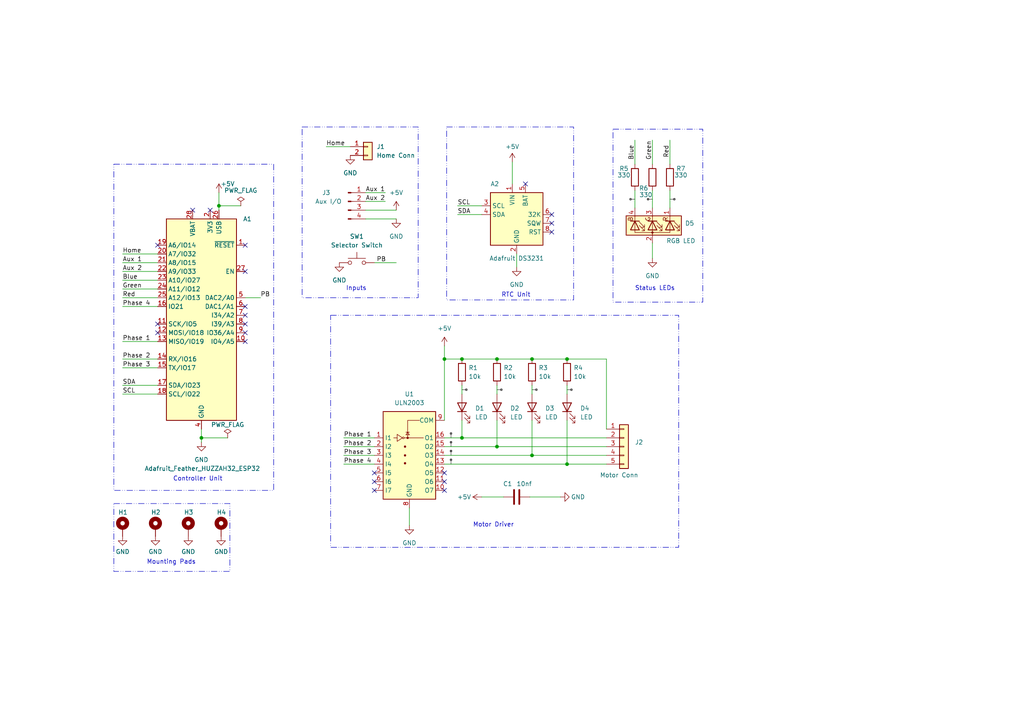
<source format=kicad_sch>
(kicad_sch
	(version 20231120)
	(generator "eeschema")
	(generator_version "8.0")
	(uuid "3067e024-f6a3-4d1e-aa48-030b4cf75d03")
	(paper "A4")
	(title_block
		(title "Geneva Clock")
		(date "2024-03-15")
		(rev "v2")
		(company "JMC")
		(comment 1 "Geneva Clock with DS3231 RTC and Stepper Driver.")
		(comment 2 "Removed VBAT-USB connection.")
	)
	(lib_symbols
		(symbol "Connector:Conn_01x04_Pin"
			(pin_names
				(offset 1.016) hide)
			(exclude_from_sim no)
			(in_bom yes)
			(on_board yes)
			(property "Reference" "J"
				(at 0 5.08 0)
				(effects
					(font
						(size 1.27 1.27)
					)
				)
			)
			(property "Value" "Conn_01x04_Pin"
				(at 0 -7.62 0)
				(effects
					(font
						(size 1.27 1.27)
					)
				)
			)
			(property "Footprint" ""
				(at 0 0 0)
				(effects
					(font
						(size 1.27 1.27)
					)
					(hide yes)
				)
			)
			(property "Datasheet" "~"
				(at 0 0 0)
				(effects
					(font
						(size 1.27 1.27)
					)
					(hide yes)
				)
			)
			(property "Description" "Generic connector, single row, 01x04, script generated"
				(at 0 0 0)
				(effects
					(font
						(size 1.27 1.27)
					)
					(hide yes)
				)
			)
			(property "ki_locked" ""
				(at 0 0 0)
				(effects
					(font
						(size 1.27 1.27)
					)
				)
			)
			(property "ki_keywords" "connector"
				(at 0 0 0)
				(effects
					(font
						(size 1.27 1.27)
					)
					(hide yes)
				)
			)
			(property "ki_fp_filters" "Connector*:*_1x??_*"
				(at 0 0 0)
				(effects
					(font
						(size 1.27 1.27)
					)
					(hide yes)
				)
			)
			(symbol "Conn_01x04_Pin_1_1"
				(polyline
					(pts
						(xy 1.27 -5.08) (xy 0.8636 -5.08)
					)
					(stroke
						(width 0.1524)
						(type default)
					)
					(fill
						(type none)
					)
				)
				(polyline
					(pts
						(xy 1.27 -2.54) (xy 0.8636 -2.54)
					)
					(stroke
						(width 0.1524)
						(type default)
					)
					(fill
						(type none)
					)
				)
				(polyline
					(pts
						(xy 1.27 0) (xy 0.8636 0)
					)
					(stroke
						(width 0.1524)
						(type default)
					)
					(fill
						(type none)
					)
				)
				(polyline
					(pts
						(xy 1.27 2.54) (xy 0.8636 2.54)
					)
					(stroke
						(width 0.1524)
						(type default)
					)
					(fill
						(type none)
					)
				)
				(rectangle
					(start 0.8636 -4.953)
					(end 0 -5.207)
					(stroke
						(width 0.1524)
						(type default)
					)
					(fill
						(type outline)
					)
				)
				(rectangle
					(start 0.8636 -2.413)
					(end 0 -2.667)
					(stroke
						(width 0.1524)
						(type default)
					)
					(fill
						(type outline)
					)
				)
				(rectangle
					(start 0.8636 0.127)
					(end 0 -0.127)
					(stroke
						(width 0.1524)
						(type default)
					)
					(fill
						(type outline)
					)
				)
				(rectangle
					(start 0.8636 2.667)
					(end 0 2.413)
					(stroke
						(width 0.1524)
						(type default)
					)
					(fill
						(type outline)
					)
				)
				(pin passive line
					(at 5.08 2.54 180)
					(length 3.81)
					(name "Pin_1"
						(effects
							(font
								(size 1.27 1.27)
							)
						)
					)
					(number "1"
						(effects
							(font
								(size 1.27 1.27)
							)
						)
					)
				)
				(pin passive line
					(at 5.08 0 180)
					(length 3.81)
					(name "Pin_2"
						(effects
							(font
								(size 1.27 1.27)
							)
						)
					)
					(number "2"
						(effects
							(font
								(size 1.27 1.27)
							)
						)
					)
				)
				(pin passive line
					(at 5.08 -2.54 180)
					(length 3.81)
					(name "Pin_3"
						(effects
							(font
								(size 1.27 1.27)
							)
						)
					)
					(number "3"
						(effects
							(font
								(size 1.27 1.27)
							)
						)
					)
				)
				(pin passive line
					(at 5.08 -5.08 180)
					(length 3.81)
					(name "Pin_4"
						(effects
							(font
								(size 1.27 1.27)
							)
						)
					)
					(number "4"
						(effects
							(font
								(size 1.27 1.27)
							)
						)
					)
				)
			)
		)
		(symbol "Connector_Generic:Conn_01x02"
			(pin_names
				(offset 1.016) hide)
			(exclude_from_sim no)
			(in_bom yes)
			(on_board yes)
			(property "Reference" "J"
				(at 0 2.54 0)
				(effects
					(font
						(size 1.27 1.27)
					)
				)
			)
			(property "Value" "Conn_01x02"
				(at 0 -5.08 0)
				(effects
					(font
						(size 1.27 1.27)
					)
				)
			)
			(property "Footprint" ""
				(at 0 0 0)
				(effects
					(font
						(size 1.27 1.27)
					)
					(hide yes)
				)
			)
			(property "Datasheet" "~"
				(at 0 0 0)
				(effects
					(font
						(size 1.27 1.27)
					)
					(hide yes)
				)
			)
			(property "Description" "Generic connector, single row, 01x02, script generated (kicad-library-utils/schlib/autogen/connector/)"
				(at 0 0 0)
				(effects
					(font
						(size 1.27 1.27)
					)
					(hide yes)
				)
			)
			(property "ki_keywords" "connector"
				(at 0 0 0)
				(effects
					(font
						(size 1.27 1.27)
					)
					(hide yes)
				)
			)
			(property "ki_fp_filters" "Connector*:*_1x??_*"
				(at 0 0 0)
				(effects
					(font
						(size 1.27 1.27)
					)
					(hide yes)
				)
			)
			(symbol "Conn_01x02_1_1"
				(rectangle
					(start -1.27 -2.413)
					(end 0 -2.667)
					(stroke
						(width 0.1524)
						(type default)
					)
					(fill
						(type none)
					)
				)
				(rectangle
					(start -1.27 0.127)
					(end 0 -0.127)
					(stroke
						(width 0.1524)
						(type default)
					)
					(fill
						(type none)
					)
				)
				(rectangle
					(start -1.27 1.27)
					(end 1.27 -3.81)
					(stroke
						(width 0.254)
						(type default)
					)
					(fill
						(type background)
					)
				)
				(pin passive line
					(at -5.08 0 0)
					(length 3.81)
					(name "Pin_1"
						(effects
							(font
								(size 1.27 1.27)
							)
						)
					)
					(number "1"
						(effects
							(font
								(size 1.27 1.27)
							)
						)
					)
				)
				(pin passive line
					(at -5.08 -2.54 0)
					(length 3.81)
					(name "Pin_2"
						(effects
							(font
								(size 1.27 1.27)
							)
						)
					)
					(number "2"
						(effects
							(font
								(size 1.27 1.27)
							)
						)
					)
				)
			)
		)
		(symbol "Connector_Generic:Conn_01x05"
			(pin_names
				(offset 1.016) hide)
			(exclude_from_sim no)
			(in_bom yes)
			(on_board yes)
			(property "Reference" "J"
				(at 0 7.62 0)
				(effects
					(font
						(size 1.27 1.27)
					)
				)
			)
			(property "Value" "Conn_01x05"
				(at 0 -7.62 0)
				(effects
					(font
						(size 1.27 1.27)
					)
				)
			)
			(property "Footprint" ""
				(at 0 0 0)
				(effects
					(font
						(size 1.27 1.27)
					)
					(hide yes)
				)
			)
			(property "Datasheet" "~"
				(at 0 0 0)
				(effects
					(font
						(size 1.27 1.27)
					)
					(hide yes)
				)
			)
			(property "Description" "Generic connector, single row, 01x05, script generated (kicad-library-utils/schlib/autogen/connector/)"
				(at 0 0 0)
				(effects
					(font
						(size 1.27 1.27)
					)
					(hide yes)
				)
			)
			(property "ki_keywords" "connector"
				(at 0 0 0)
				(effects
					(font
						(size 1.27 1.27)
					)
					(hide yes)
				)
			)
			(property "ki_fp_filters" "Connector*:*_1x??_*"
				(at 0 0 0)
				(effects
					(font
						(size 1.27 1.27)
					)
					(hide yes)
				)
			)
			(symbol "Conn_01x05_1_1"
				(rectangle
					(start -1.27 -4.953)
					(end 0 -5.207)
					(stroke
						(width 0.1524)
						(type default)
					)
					(fill
						(type none)
					)
				)
				(rectangle
					(start -1.27 -2.413)
					(end 0 -2.667)
					(stroke
						(width 0.1524)
						(type default)
					)
					(fill
						(type none)
					)
				)
				(rectangle
					(start -1.27 0.127)
					(end 0 -0.127)
					(stroke
						(width 0.1524)
						(type default)
					)
					(fill
						(type none)
					)
				)
				(rectangle
					(start -1.27 2.667)
					(end 0 2.413)
					(stroke
						(width 0.1524)
						(type default)
					)
					(fill
						(type none)
					)
				)
				(rectangle
					(start -1.27 5.207)
					(end 0 4.953)
					(stroke
						(width 0.1524)
						(type default)
					)
					(fill
						(type none)
					)
				)
				(rectangle
					(start -1.27 6.35)
					(end 1.27 -6.35)
					(stroke
						(width 0.254)
						(type default)
					)
					(fill
						(type background)
					)
				)
				(pin passive line
					(at -5.08 5.08 0)
					(length 3.81)
					(name "Pin_1"
						(effects
							(font
								(size 1.27 1.27)
							)
						)
					)
					(number "1"
						(effects
							(font
								(size 1.27 1.27)
							)
						)
					)
				)
				(pin passive line
					(at -5.08 2.54 0)
					(length 3.81)
					(name "Pin_2"
						(effects
							(font
								(size 1.27 1.27)
							)
						)
					)
					(number "2"
						(effects
							(font
								(size 1.27 1.27)
							)
						)
					)
				)
				(pin passive line
					(at -5.08 0 0)
					(length 3.81)
					(name "Pin_3"
						(effects
							(font
								(size 1.27 1.27)
							)
						)
					)
					(number "3"
						(effects
							(font
								(size 1.27 1.27)
							)
						)
					)
				)
				(pin passive line
					(at -5.08 -2.54 0)
					(length 3.81)
					(name "Pin_4"
						(effects
							(font
								(size 1.27 1.27)
							)
						)
					)
					(number "4"
						(effects
							(font
								(size 1.27 1.27)
							)
						)
					)
				)
				(pin passive line
					(at -5.08 -5.08 0)
					(length 3.81)
					(name "Pin_5"
						(effects
							(font
								(size 1.27 1.27)
							)
						)
					)
					(number "5"
						(effects
							(font
								(size 1.27 1.27)
							)
						)
					)
				)
			)
		)
		(symbol "Device:C"
			(pin_numbers hide)
			(pin_names
				(offset 0.254)
			)
			(exclude_from_sim no)
			(in_bom yes)
			(on_board yes)
			(property "Reference" "C"
				(at 0.635 2.54 0)
				(effects
					(font
						(size 1.27 1.27)
					)
					(justify left)
				)
			)
			(property "Value" "C"
				(at 0.635 -2.54 0)
				(effects
					(font
						(size 1.27 1.27)
					)
					(justify left)
				)
			)
			(property "Footprint" ""
				(at 0.9652 -3.81 0)
				(effects
					(font
						(size 1.27 1.27)
					)
					(hide yes)
				)
			)
			(property "Datasheet" "~"
				(at 0 0 0)
				(effects
					(font
						(size 1.27 1.27)
					)
					(hide yes)
				)
			)
			(property "Description" "Unpolarized capacitor"
				(at 0 0 0)
				(effects
					(font
						(size 1.27 1.27)
					)
					(hide yes)
				)
			)
			(property "ki_keywords" "cap capacitor"
				(at 0 0 0)
				(effects
					(font
						(size 1.27 1.27)
					)
					(hide yes)
				)
			)
			(property "ki_fp_filters" "C_*"
				(at 0 0 0)
				(effects
					(font
						(size 1.27 1.27)
					)
					(hide yes)
				)
			)
			(symbol "C_0_1"
				(polyline
					(pts
						(xy -2.032 -0.762) (xy 2.032 -0.762)
					)
					(stroke
						(width 0.508)
						(type default)
					)
					(fill
						(type none)
					)
				)
				(polyline
					(pts
						(xy -2.032 0.762) (xy 2.032 0.762)
					)
					(stroke
						(width 0.508)
						(type default)
					)
					(fill
						(type none)
					)
				)
			)
			(symbol "C_1_1"
				(pin passive line
					(at 0 3.81 270)
					(length 2.794)
					(name "~"
						(effects
							(font
								(size 1.27 1.27)
							)
						)
					)
					(number "1"
						(effects
							(font
								(size 1.27 1.27)
							)
						)
					)
				)
				(pin passive line
					(at 0 -3.81 90)
					(length 2.794)
					(name "~"
						(effects
							(font
								(size 1.27 1.27)
							)
						)
					)
					(number "2"
						(effects
							(font
								(size 1.27 1.27)
							)
						)
					)
				)
			)
		)
		(symbol "Device:LED"
			(pin_numbers hide)
			(pin_names
				(offset 1.016) hide)
			(exclude_from_sim no)
			(in_bom yes)
			(on_board yes)
			(property "Reference" "D"
				(at 0 2.54 0)
				(effects
					(font
						(size 1.27 1.27)
					)
				)
			)
			(property "Value" "LED"
				(at 0 -2.54 0)
				(effects
					(font
						(size 1.27 1.27)
					)
				)
			)
			(property "Footprint" ""
				(at 0 0 0)
				(effects
					(font
						(size 1.27 1.27)
					)
					(hide yes)
				)
			)
			(property "Datasheet" "~"
				(at 0 0 0)
				(effects
					(font
						(size 1.27 1.27)
					)
					(hide yes)
				)
			)
			(property "Description" "Light emitting diode"
				(at 0 0 0)
				(effects
					(font
						(size 1.27 1.27)
					)
					(hide yes)
				)
			)
			(property "ki_keywords" "LED diode"
				(at 0 0 0)
				(effects
					(font
						(size 1.27 1.27)
					)
					(hide yes)
				)
			)
			(property "ki_fp_filters" "LED* LED_SMD:* LED_THT:*"
				(at 0 0 0)
				(effects
					(font
						(size 1.27 1.27)
					)
					(hide yes)
				)
			)
			(symbol "LED_0_1"
				(polyline
					(pts
						(xy -1.27 -1.27) (xy -1.27 1.27)
					)
					(stroke
						(width 0.254)
						(type default)
					)
					(fill
						(type none)
					)
				)
				(polyline
					(pts
						(xy -1.27 0) (xy 1.27 0)
					)
					(stroke
						(width 0)
						(type default)
					)
					(fill
						(type none)
					)
				)
				(polyline
					(pts
						(xy 1.27 -1.27) (xy 1.27 1.27) (xy -1.27 0) (xy 1.27 -1.27)
					)
					(stroke
						(width 0.254)
						(type default)
					)
					(fill
						(type none)
					)
				)
				(polyline
					(pts
						(xy -3.048 -0.762) (xy -4.572 -2.286) (xy -3.81 -2.286) (xy -4.572 -2.286) (xy -4.572 -1.524)
					)
					(stroke
						(width 0)
						(type default)
					)
					(fill
						(type none)
					)
				)
				(polyline
					(pts
						(xy -1.778 -0.762) (xy -3.302 -2.286) (xy -2.54 -2.286) (xy -3.302 -2.286) (xy -3.302 -1.524)
					)
					(stroke
						(width 0)
						(type default)
					)
					(fill
						(type none)
					)
				)
			)
			(symbol "LED_1_1"
				(pin passive line
					(at -3.81 0 0)
					(length 2.54)
					(name "K"
						(effects
							(font
								(size 1.27 1.27)
							)
						)
					)
					(number "1"
						(effects
							(font
								(size 1.27 1.27)
							)
						)
					)
				)
				(pin passive line
					(at 3.81 0 180)
					(length 2.54)
					(name "A"
						(effects
							(font
								(size 1.27 1.27)
							)
						)
					)
					(number "2"
						(effects
							(font
								(size 1.27 1.27)
							)
						)
					)
				)
			)
		)
		(symbol "Device:LED_RAGB"
			(pin_names
				(offset 0) hide)
			(exclude_from_sim no)
			(in_bom yes)
			(on_board yes)
			(property "Reference" "D"
				(at 0 9.398 0)
				(effects
					(font
						(size 1.27 1.27)
					)
				)
			)
			(property "Value" "LED_RAGB"
				(at 0 -8.89 0)
				(effects
					(font
						(size 1.27 1.27)
					)
				)
			)
			(property "Footprint" ""
				(at 0 -1.27 0)
				(effects
					(font
						(size 1.27 1.27)
					)
					(hide yes)
				)
			)
			(property "Datasheet" "~"
				(at 0 -1.27 0)
				(effects
					(font
						(size 1.27 1.27)
					)
					(hide yes)
				)
			)
			(property "Description" "RGB LED, red/anode/green/blue"
				(at 0 0 0)
				(effects
					(font
						(size 1.27 1.27)
					)
					(hide yes)
				)
			)
			(property "ki_keywords" "LED RGB diode"
				(at 0 0 0)
				(effects
					(font
						(size 1.27 1.27)
					)
					(hide yes)
				)
			)
			(property "ki_fp_filters" "LED* LED_SMD:* LED_THT:*"
				(at 0 0 0)
				(effects
					(font
						(size 1.27 1.27)
					)
					(hide yes)
				)
			)
			(symbol "LED_RAGB_0_0"
				(text "B"
					(at -1.905 -6.35 0)
					(effects
						(font
							(size 1.27 1.27)
						)
					)
				)
				(text "G"
					(at -1.905 -1.27 0)
					(effects
						(font
							(size 1.27 1.27)
						)
					)
				)
				(text "R"
					(at -1.905 3.81 0)
					(effects
						(font
							(size 1.27 1.27)
						)
					)
				)
			)
			(symbol "LED_RAGB_0_1"
				(polyline
					(pts
						(xy -1.27 -5.08) (xy -2.54 -5.08)
					)
					(stroke
						(width 0)
						(type default)
					)
					(fill
						(type none)
					)
				)
				(polyline
					(pts
						(xy -1.27 -5.08) (xy 1.27 -5.08)
					)
					(stroke
						(width 0)
						(type default)
					)
					(fill
						(type none)
					)
				)
				(polyline
					(pts
						(xy -1.27 -3.81) (xy -1.27 -6.35)
					)
					(stroke
						(width 0.254)
						(type default)
					)
					(fill
						(type none)
					)
				)
				(polyline
					(pts
						(xy -1.27 0) (xy -2.54 0)
					)
					(stroke
						(width 0)
						(type default)
					)
					(fill
						(type none)
					)
				)
				(polyline
					(pts
						(xy -1.27 1.27) (xy -1.27 -1.27)
					)
					(stroke
						(width 0.254)
						(type default)
					)
					(fill
						(type none)
					)
				)
				(polyline
					(pts
						(xy -1.27 5.08) (xy -2.54 5.08)
					)
					(stroke
						(width 0)
						(type default)
					)
					(fill
						(type none)
					)
				)
				(polyline
					(pts
						(xy -1.27 5.08) (xy 1.27 5.08)
					)
					(stroke
						(width 0)
						(type default)
					)
					(fill
						(type none)
					)
				)
				(polyline
					(pts
						(xy -1.27 6.35) (xy -1.27 3.81)
					)
					(stroke
						(width 0.254)
						(type default)
					)
					(fill
						(type none)
					)
				)
				(polyline
					(pts
						(xy 1.27 0) (xy -1.27 0)
					)
					(stroke
						(width 0)
						(type default)
					)
					(fill
						(type none)
					)
				)
				(polyline
					(pts
						(xy 1.27 0) (xy 2.54 0)
					)
					(stroke
						(width 0)
						(type default)
					)
					(fill
						(type none)
					)
				)
				(polyline
					(pts
						(xy -1.27 1.27) (xy -1.27 -1.27) (xy -1.27 -1.27)
					)
					(stroke
						(width 0)
						(type default)
					)
					(fill
						(type none)
					)
				)
				(polyline
					(pts
						(xy -1.27 6.35) (xy -1.27 3.81) (xy -1.27 3.81)
					)
					(stroke
						(width 0)
						(type default)
					)
					(fill
						(type none)
					)
				)
				(polyline
					(pts
						(xy 1.27 -5.08) (xy 2.032 -5.08) (xy 2.032 5.08) (xy 1.27 5.08)
					)
					(stroke
						(width 0)
						(type default)
					)
					(fill
						(type none)
					)
				)
				(polyline
					(pts
						(xy 1.27 -3.81) (xy 1.27 -6.35) (xy -1.27 -5.08) (xy 1.27 -3.81)
					)
					(stroke
						(width 0.254)
						(type default)
					)
					(fill
						(type none)
					)
				)
				(polyline
					(pts
						(xy 1.27 1.27) (xy 1.27 -1.27) (xy -1.27 0) (xy 1.27 1.27)
					)
					(stroke
						(width 0.254)
						(type default)
					)
					(fill
						(type none)
					)
				)
				(polyline
					(pts
						(xy 1.27 6.35) (xy 1.27 3.81) (xy -1.27 5.08) (xy 1.27 6.35)
					)
					(stroke
						(width 0.254)
						(type default)
					)
					(fill
						(type none)
					)
				)
				(polyline
					(pts
						(xy -1.016 -3.81) (xy 0.508 -2.286) (xy -0.254 -2.286) (xy 0.508 -2.286) (xy 0.508 -3.048)
					)
					(stroke
						(width 0)
						(type default)
					)
					(fill
						(type none)
					)
				)
				(polyline
					(pts
						(xy -1.016 1.27) (xy 0.508 2.794) (xy -0.254 2.794) (xy 0.508 2.794) (xy 0.508 2.032)
					)
					(stroke
						(width 0)
						(type default)
					)
					(fill
						(type none)
					)
				)
				(polyline
					(pts
						(xy -1.016 6.35) (xy 0.508 7.874) (xy -0.254 7.874) (xy 0.508 7.874) (xy 0.508 7.112)
					)
					(stroke
						(width 0)
						(type default)
					)
					(fill
						(type none)
					)
				)
				(polyline
					(pts
						(xy 0 -3.81) (xy 1.524 -2.286) (xy 0.762 -2.286) (xy 1.524 -2.286) (xy 1.524 -3.048)
					)
					(stroke
						(width 0)
						(type default)
					)
					(fill
						(type none)
					)
				)
				(polyline
					(pts
						(xy 0 1.27) (xy 1.524 2.794) (xy 0.762 2.794) (xy 1.524 2.794) (xy 1.524 2.032)
					)
					(stroke
						(width 0)
						(type default)
					)
					(fill
						(type none)
					)
				)
				(polyline
					(pts
						(xy 0 6.35) (xy 1.524 7.874) (xy 0.762 7.874) (xy 1.524 7.874) (xy 1.524 7.112)
					)
					(stroke
						(width 0)
						(type default)
					)
					(fill
						(type none)
					)
				)
				(rectangle
					(start 1.27 -1.27)
					(end 1.27 1.27)
					(stroke
						(width 0)
						(type default)
					)
					(fill
						(type none)
					)
				)
				(rectangle
					(start 1.27 1.27)
					(end 1.27 1.27)
					(stroke
						(width 0)
						(type default)
					)
					(fill
						(type none)
					)
				)
				(rectangle
					(start 1.27 3.81)
					(end 1.27 6.35)
					(stroke
						(width 0)
						(type default)
					)
					(fill
						(type none)
					)
				)
				(rectangle
					(start 1.27 6.35)
					(end 1.27 6.35)
					(stroke
						(width 0)
						(type default)
					)
					(fill
						(type none)
					)
				)
				(circle
					(center 2.032 0)
					(radius 0.254)
					(stroke
						(width 0)
						(type default)
					)
					(fill
						(type outline)
					)
				)
				(rectangle
					(start 2.794 8.382)
					(end -2.794 -7.62)
					(stroke
						(width 0.254)
						(type default)
					)
					(fill
						(type background)
					)
				)
			)
			(symbol "LED_RAGB_1_1"
				(pin passive line
					(at -5.08 5.08 0)
					(length 2.54)
					(name "RK"
						(effects
							(font
								(size 1.27 1.27)
							)
						)
					)
					(number "1"
						(effects
							(font
								(size 1.27 1.27)
							)
						)
					)
				)
				(pin passive line
					(at 5.08 0 180)
					(length 2.54)
					(name "A"
						(effects
							(font
								(size 1.27 1.27)
							)
						)
					)
					(number "2"
						(effects
							(font
								(size 1.27 1.27)
							)
						)
					)
				)
				(pin passive line
					(at -5.08 0 0)
					(length 2.54)
					(name "GK"
						(effects
							(font
								(size 1.27 1.27)
							)
						)
					)
					(number "3"
						(effects
							(font
								(size 1.27 1.27)
							)
						)
					)
				)
				(pin passive line
					(at -5.08 -5.08 0)
					(length 2.54)
					(name "BK"
						(effects
							(font
								(size 1.27 1.27)
							)
						)
					)
					(number "4"
						(effects
							(font
								(size 1.27 1.27)
							)
						)
					)
				)
			)
		)
		(symbol "Device:R"
			(pin_numbers hide)
			(pin_names
				(offset 0)
			)
			(exclude_from_sim no)
			(in_bom yes)
			(on_board yes)
			(property "Reference" "R"
				(at 2.032 0 90)
				(effects
					(font
						(size 1.27 1.27)
					)
				)
			)
			(property "Value" "R"
				(at 0 0 90)
				(effects
					(font
						(size 1.27 1.27)
					)
				)
			)
			(property "Footprint" ""
				(at -1.778 0 90)
				(effects
					(font
						(size 1.27 1.27)
					)
					(hide yes)
				)
			)
			(property "Datasheet" "~"
				(at 0 0 0)
				(effects
					(font
						(size 1.27 1.27)
					)
					(hide yes)
				)
			)
			(property "Description" "Resistor"
				(at 0 0 0)
				(effects
					(font
						(size 1.27 1.27)
					)
					(hide yes)
				)
			)
			(property "ki_keywords" "R res resistor"
				(at 0 0 0)
				(effects
					(font
						(size 1.27 1.27)
					)
					(hide yes)
				)
			)
			(property "ki_fp_filters" "R_*"
				(at 0 0 0)
				(effects
					(font
						(size 1.27 1.27)
					)
					(hide yes)
				)
			)
			(symbol "R_0_1"
				(rectangle
					(start -1.016 -2.54)
					(end 1.016 2.54)
					(stroke
						(width 0.254)
						(type default)
					)
					(fill
						(type none)
					)
				)
			)
			(symbol "R_1_1"
				(pin passive line
					(at 0 3.81 270)
					(length 1.27)
					(name "~"
						(effects
							(font
								(size 1.27 1.27)
							)
						)
					)
					(number "1"
						(effects
							(font
								(size 1.27 1.27)
							)
						)
					)
				)
				(pin passive line
					(at 0 -3.81 90)
					(length 1.27)
					(name "~"
						(effects
							(font
								(size 1.27 1.27)
							)
						)
					)
					(number "2"
						(effects
							(font
								(size 1.27 1.27)
							)
						)
					)
				)
			)
		)
		(symbol "MCU_Module:Adafruit_Feather_HUZZAH32_ESP32"
			(exclude_from_sim no)
			(in_bom yes)
			(on_board yes)
			(property "Reference" "A"
				(at -10.16 29.21 0)
				(effects
					(font
						(size 1.27 1.27)
					)
					(justify left)
				)
			)
			(property "Value" "Adafruit_Feather_HUZZAH32_ESP32"
				(at 2.54 -31.75 0)
				(effects
					(font
						(size 1.27 1.27)
					)
					(justify left)
				)
			)
			(property "Footprint" "Module:Adafruit_Feather"
				(at 2.54 -34.29 0)
				(effects
					(font
						(size 1.27 1.27)
					)
					(justify left)
					(hide yes)
				)
			)
			(property "Datasheet" "https://cdn-learn.adafruit.com/downloads/pdf/adafruit-huzzah32-esp32-feather.pdf"
				(at 0 -30.48 0)
				(effects
					(font
						(size 1.27 1.27)
					)
					(hide yes)
				)
			)
			(property "Description" "Microcontroller module with ESP32 MCU"
				(at 0 0 0)
				(effects
					(font
						(size 1.27 1.27)
					)
					(hide yes)
				)
			)
			(property "ki_keywords" "Adafruit feather microcontroller module USB"
				(at 0 0 0)
				(effects
					(font
						(size 1.27 1.27)
					)
					(hide yes)
				)
			)
			(property "ki_fp_filters" "Adafruit*Feather*"
				(at 0 0 0)
				(effects
					(font
						(size 1.27 1.27)
					)
					(hide yes)
				)
			)
			(symbol "Adafruit_Feather_HUZZAH32_ESP32_0_1"
				(rectangle
					(start -10.16 27.94)
					(end 10.16 -30.48)
					(stroke
						(width 0.254)
						(type default)
					)
					(fill
						(type background)
					)
				)
			)
			(symbol "Adafruit_Feather_HUZZAH32_ESP32_1_1"
				(pin input line
					(at 12.7 20.32 180)
					(length 2.54)
					(name "~{RESET}"
						(effects
							(font
								(size 1.27 1.27)
							)
						)
					)
					(number "1"
						(effects
							(font
								(size 1.27 1.27)
							)
						)
					)
				)
				(pin bidirectional line
					(at 12.7 -7.62 180)
					(length 2.54)
					(name "IO4/A5"
						(effects
							(font
								(size 1.27 1.27)
							)
						)
					)
					(number "10"
						(effects
							(font
								(size 1.27 1.27)
							)
						)
					)
				)
				(pin bidirectional line
					(at -12.7 -2.54 0)
					(length 2.54)
					(name "SCK/IO5"
						(effects
							(font
								(size 1.27 1.27)
							)
						)
					)
					(number "11"
						(effects
							(font
								(size 1.27 1.27)
							)
						)
					)
				)
				(pin bidirectional line
					(at -12.7 -5.08 0)
					(length 2.54)
					(name "MOSI/IO18"
						(effects
							(font
								(size 1.27 1.27)
							)
						)
					)
					(number "12"
						(effects
							(font
								(size 1.27 1.27)
							)
						)
					)
				)
				(pin bidirectional line
					(at -12.7 -7.62 0)
					(length 2.54)
					(name "MISO/IO19"
						(effects
							(font
								(size 1.27 1.27)
							)
						)
					)
					(number "13"
						(effects
							(font
								(size 1.27 1.27)
							)
						)
					)
				)
				(pin bidirectional line
					(at -12.7 -12.7 0)
					(length 2.54)
					(name "RX/IO16"
						(effects
							(font
								(size 1.27 1.27)
							)
						)
					)
					(number "14"
						(effects
							(font
								(size 1.27 1.27)
							)
						)
					)
				)
				(pin bidirectional line
					(at -12.7 -15.24 0)
					(length 2.54)
					(name "TX/IO17"
						(effects
							(font
								(size 1.27 1.27)
							)
						)
					)
					(number "15"
						(effects
							(font
								(size 1.27 1.27)
							)
						)
					)
				)
				(pin bidirectional line
					(at -12.7 2.54 0)
					(length 2.54)
					(name "IO21"
						(effects
							(font
								(size 1.27 1.27)
							)
						)
					)
					(number "16"
						(effects
							(font
								(size 1.27 1.27)
							)
						)
					)
				)
				(pin bidirectional line
					(at -12.7 -20.32 0)
					(length 2.54)
					(name "SDA/IO23"
						(effects
							(font
								(size 1.27 1.27)
							)
						)
					)
					(number "17"
						(effects
							(font
								(size 1.27 1.27)
							)
						)
					)
				)
				(pin bidirectional line
					(at -12.7 -22.86 0)
					(length 2.54)
					(name "SCL/IO22"
						(effects
							(font
								(size 1.27 1.27)
							)
						)
					)
					(number "18"
						(effects
							(font
								(size 1.27 1.27)
							)
						)
					)
				)
				(pin bidirectional line
					(at -12.7 20.32 0)
					(length 2.54)
					(name "A6/IO14"
						(effects
							(font
								(size 1.27 1.27)
							)
						)
					)
					(number "19"
						(effects
							(font
								(size 1.27 1.27)
							)
						)
					)
				)
				(pin power_in line
					(at 2.54 30.48 270)
					(length 2.54)
					(name "3V3"
						(effects
							(font
								(size 1.27 1.27)
							)
						)
					)
					(number "2"
						(effects
							(font
								(size 1.27 1.27)
							)
						)
					)
				)
				(pin bidirectional line
					(at -12.7 17.78 0)
					(length 2.54)
					(name "A7/IO32"
						(effects
							(font
								(size 1.27 1.27)
							)
						)
					)
					(number "20"
						(effects
							(font
								(size 1.27 1.27)
							)
						)
					)
				)
				(pin bidirectional line
					(at -12.7 15.24 0)
					(length 2.54)
					(name "A8/IO15"
						(effects
							(font
								(size 1.27 1.27)
							)
						)
					)
					(number "21"
						(effects
							(font
								(size 1.27 1.27)
							)
						)
					)
				)
				(pin bidirectional line
					(at -12.7 12.7 0)
					(length 2.54)
					(name "A9/IO33"
						(effects
							(font
								(size 1.27 1.27)
							)
						)
					)
					(number "22"
						(effects
							(font
								(size 1.27 1.27)
							)
						)
					)
				)
				(pin bidirectional line
					(at -12.7 10.16 0)
					(length 2.54)
					(name "A10/IO27"
						(effects
							(font
								(size 1.27 1.27)
							)
						)
					)
					(number "23"
						(effects
							(font
								(size 1.27 1.27)
							)
						)
					)
				)
				(pin bidirectional line
					(at -12.7 7.62 0)
					(length 2.54)
					(name "A11/IO12"
						(effects
							(font
								(size 1.27 1.27)
							)
						)
					)
					(number "24"
						(effects
							(font
								(size 1.27 1.27)
							)
						)
					)
				)
				(pin bidirectional line
					(at -12.7 5.08 0)
					(length 2.54)
					(name "A12/IO13"
						(effects
							(font
								(size 1.27 1.27)
							)
						)
					)
					(number "25"
						(effects
							(font
								(size 1.27 1.27)
							)
						)
					)
				)
				(pin power_in line
					(at 5.08 30.48 270)
					(length 2.54)
					(name "USB"
						(effects
							(font
								(size 1.27 1.27)
							)
						)
					)
					(number "26"
						(effects
							(font
								(size 1.27 1.27)
							)
						)
					)
				)
				(pin input line
					(at 12.7 12.7 180)
					(length 2.54)
					(name "EN"
						(effects
							(font
								(size 1.27 1.27)
							)
						)
					)
					(number "27"
						(effects
							(font
								(size 1.27 1.27)
							)
						)
					)
				)
				(pin power_in line
					(at -2.54 30.48 270)
					(length 2.54)
					(name "VBAT"
						(effects
							(font
								(size 1.27 1.27)
							)
						)
					)
					(number "28"
						(effects
							(font
								(size 1.27 1.27)
							)
						)
					)
				)
				(pin no_connect line
					(at 10.16 10.16 180)
					(length 2.54) hide
					(name "NC"
						(effects
							(font
								(size 1.27 1.27)
							)
						)
					)
					(number "3"
						(effects
							(font
								(size 1.27 1.27)
							)
						)
					)
				)
				(pin power_in line
					(at 0 -33.02 90)
					(length 2.54)
					(name "GND"
						(effects
							(font
								(size 1.27 1.27)
							)
						)
					)
					(number "4"
						(effects
							(font
								(size 1.27 1.27)
							)
						)
					)
				)
				(pin bidirectional line
					(at 12.7 5.08 180)
					(length 2.54)
					(name "DAC2/A0"
						(effects
							(font
								(size 1.27 1.27)
							)
						)
					)
					(number "5"
						(effects
							(font
								(size 1.27 1.27)
							)
						)
					)
				)
				(pin bidirectional line
					(at 12.7 2.54 180)
					(length 2.54)
					(name "DAC1/A1"
						(effects
							(font
								(size 1.27 1.27)
							)
						)
					)
					(number "6"
						(effects
							(font
								(size 1.27 1.27)
							)
						)
					)
				)
				(pin bidirectional line
					(at 12.7 0 180)
					(length 2.54)
					(name "I34/A2"
						(effects
							(font
								(size 1.27 1.27)
							)
						)
					)
					(number "7"
						(effects
							(font
								(size 1.27 1.27)
							)
						)
					)
				)
				(pin bidirectional line
					(at 12.7 -2.54 180)
					(length 2.54)
					(name "I39/A3"
						(effects
							(font
								(size 1.27 1.27)
							)
						)
					)
					(number "8"
						(effects
							(font
								(size 1.27 1.27)
							)
						)
					)
				)
				(pin bidirectional line
					(at 12.7 -5.08 180)
					(length 2.54)
					(name "IO36/A4"
						(effects
							(font
								(size 1.27 1.27)
							)
						)
					)
					(number "9"
						(effects
							(font
								(size 1.27 1.27)
							)
						)
					)
				)
			)
		)
		(symbol "Mechanical:MountingHole_Pad"
			(pin_numbers hide)
			(pin_names
				(offset 1.016) hide)
			(exclude_from_sim no)
			(in_bom yes)
			(on_board yes)
			(property "Reference" "H"
				(at 0 6.35 0)
				(effects
					(font
						(size 1.27 1.27)
					)
				)
			)
			(property "Value" "MountingHole_Pad"
				(at 0 4.445 0)
				(effects
					(font
						(size 1.27 1.27)
					)
				)
			)
			(property "Footprint" ""
				(at 0 0 0)
				(effects
					(font
						(size 1.27 1.27)
					)
					(hide yes)
				)
			)
			(property "Datasheet" "~"
				(at 0 0 0)
				(effects
					(font
						(size 1.27 1.27)
					)
					(hide yes)
				)
			)
			(property "Description" "Mounting Hole with connection"
				(at 0 0 0)
				(effects
					(font
						(size 1.27 1.27)
					)
					(hide yes)
				)
			)
			(property "ki_keywords" "mounting hole"
				(at 0 0 0)
				(effects
					(font
						(size 1.27 1.27)
					)
					(hide yes)
				)
			)
			(property "ki_fp_filters" "MountingHole*Pad*"
				(at 0 0 0)
				(effects
					(font
						(size 1.27 1.27)
					)
					(hide yes)
				)
			)
			(symbol "MountingHole_Pad_0_1"
				(circle
					(center 0 1.27)
					(radius 1.27)
					(stroke
						(width 1.27)
						(type default)
					)
					(fill
						(type none)
					)
				)
			)
			(symbol "MountingHole_Pad_1_1"
				(pin input line
					(at 0 -2.54 90)
					(length 2.54)
					(name "1"
						(effects
							(font
								(size 1.27 1.27)
							)
						)
					)
					(number "1"
						(effects
							(font
								(size 1.27 1.27)
							)
						)
					)
				)
			)
		)
		(symbol "RTC_Adafruit_DS3231_Breakout:DS3231-3013"
			(exclude_from_sim no)
			(in_bom yes)
			(on_board yes)
			(property "Reference" "A"
				(at -3.81 10.16 0)
				(effects
					(font
						(size 1.27 1.27)
					)
				)
			)
			(property "Value" "Adafruit_DS3231-3013"
				(at -13.97 -8.89 0)
				(effects
					(font
						(size 1.27 1.27)
					)
				)
			)
			(property "Footprint" ""
				(at -3.81 10.16 0)
				(effects
					(font
						(size 1.27 1.27)
					)
					(hide yes)
				)
			)
			(property "Datasheet" ""
				(at -3.81 10.16 0)
				(effects
					(font
						(size 1.27 1.27)
					)
					(hide yes)
				)
			)
			(property "Description" ""
				(at 0 0 0)
				(effects
					(font
						(size 1.27 1.27)
					)
					(hide yes)
				)
			)
			(symbol "DS3231-3013_1_1"
				(rectangle
					(start -7.62 7.62)
					(end 7.62 -7.62)
					(stroke
						(width 0.254)
						(type default)
					)
					(fill
						(type background)
					)
				)
				(pin power_in line
					(at -1.27 10.16 270)
					(length 2.54)
					(name "VIN"
						(effects
							(font
								(size 1.27 1.27)
							)
						)
					)
					(number "1"
						(effects
							(font
								(size 1.27 1.27)
							)
						)
					)
				)
				(pin power_in line
					(at 0 -10.16 90)
					(length 2.54)
					(name "GND"
						(effects
							(font
								(size 1.27 1.27)
							)
						)
					)
					(number "2"
						(effects
							(font
								(size 1.27 1.27)
							)
						)
					)
				)
				(pin input line
					(at -10.16 3.81 0)
					(length 2.54)
					(name "SCL"
						(effects
							(font
								(size 1.27 1.27)
							)
						)
					)
					(number "3"
						(effects
							(font
								(size 1.27 1.27)
							)
						)
					)
				)
				(pin bidirectional line
					(at -10.16 1.27 0)
					(length 2.54)
					(name "SDA"
						(effects
							(font
								(size 1.27 1.27)
							)
						)
					)
					(number "4"
						(effects
							(font
								(size 1.27 1.27)
							)
						)
					)
				)
				(pin power_out line
					(at 2.54 10.16 270)
					(length 2.54)
					(name "BAT"
						(effects
							(font
								(size 1.27 1.27)
							)
						)
					)
					(number "5"
						(effects
							(font
								(size 1.27 1.27)
							)
						)
					)
				)
				(pin output line
					(at 10.16 1.27 180)
					(length 2.54)
					(name "32K"
						(effects
							(font
								(size 1.27 1.27)
							)
						)
					)
					(number "6"
						(effects
							(font
								(size 1.27 1.27)
							)
						)
					)
				)
				(pin output line
					(at 10.16 -1.27 180)
					(length 2.54)
					(name "SQW"
						(effects
							(font
								(size 1.27 1.27)
							)
						)
					)
					(number "7"
						(effects
							(font
								(size 1.27 1.27)
							)
						)
					)
				)
				(pin output line
					(at 10.16 -3.81 180)
					(length 2.54)
					(name "RST"
						(effects
							(font
								(size 1.27 1.27)
							)
						)
					)
					(number "8"
						(effects
							(font
								(size 1.27 1.27)
							)
						)
					)
				)
			)
		)
		(symbol "Switch:SW_Push"
			(pin_numbers hide)
			(pin_names
				(offset 1.016) hide)
			(exclude_from_sim no)
			(in_bom yes)
			(on_board yes)
			(property "Reference" "SW"
				(at 1.27 2.54 0)
				(effects
					(font
						(size 1.27 1.27)
					)
					(justify left)
				)
			)
			(property "Value" "SW_Push"
				(at 0 -1.524 0)
				(effects
					(font
						(size 1.27 1.27)
					)
				)
			)
			(property "Footprint" ""
				(at 0 5.08 0)
				(effects
					(font
						(size 1.27 1.27)
					)
					(hide yes)
				)
			)
			(property "Datasheet" "~"
				(at 0 5.08 0)
				(effects
					(font
						(size 1.27 1.27)
					)
					(hide yes)
				)
			)
			(property "Description" "Push button switch, generic, two pins"
				(at 0 0 0)
				(effects
					(font
						(size 1.27 1.27)
					)
					(hide yes)
				)
			)
			(property "ki_keywords" "switch normally-open pushbutton push-button"
				(at 0 0 0)
				(effects
					(font
						(size 1.27 1.27)
					)
					(hide yes)
				)
			)
			(symbol "SW_Push_0_1"
				(circle
					(center -2.032 0)
					(radius 0.508)
					(stroke
						(width 0)
						(type default)
					)
					(fill
						(type none)
					)
				)
				(polyline
					(pts
						(xy 0 1.27) (xy 0 3.048)
					)
					(stroke
						(width 0)
						(type default)
					)
					(fill
						(type none)
					)
				)
				(polyline
					(pts
						(xy 2.54 1.27) (xy -2.54 1.27)
					)
					(stroke
						(width 0)
						(type default)
					)
					(fill
						(type none)
					)
				)
				(circle
					(center 2.032 0)
					(radius 0.508)
					(stroke
						(width 0)
						(type default)
					)
					(fill
						(type none)
					)
				)
				(pin passive line
					(at -5.08 0 0)
					(length 2.54)
					(name "1"
						(effects
							(font
								(size 1.27 1.27)
							)
						)
					)
					(number "1"
						(effects
							(font
								(size 1.27 1.27)
							)
						)
					)
				)
				(pin passive line
					(at 5.08 0 180)
					(length 2.54)
					(name "2"
						(effects
							(font
								(size 1.27 1.27)
							)
						)
					)
					(number "2"
						(effects
							(font
								(size 1.27 1.27)
							)
						)
					)
				)
			)
		)
		(symbol "Transistor_Array:ULN2003"
			(exclude_from_sim no)
			(in_bom yes)
			(on_board yes)
			(property "Reference" "U"
				(at 0 15.875 0)
				(effects
					(font
						(size 1.27 1.27)
					)
				)
			)
			(property "Value" "ULN2003"
				(at 0 13.97 0)
				(effects
					(font
						(size 1.27 1.27)
					)
				)
			)
			(property "Footprint" ""
				(at 1.27 -13.97 0)
				(effects
					(font
						(size 1.27 1.27)
					)
					(justify left)
					(hide yes)
				)
			)
			(property "Datasheet" "http://www.ti.com/lit/ds/symlink/uln2003a.pdf"
				(at 2.54 -5.08 0)
				(effects
					(font
						(size 1.27 1.27)
					)
					(hide yes)
				)
			)
			(property "Description" "High Voltage, High Current Darlington Transistor Arrays, SOIC16/SOIC16W/DIP16/TSSOP16"
				(at 0 0 0)
				(effects
					(font
						(size 1.27 1.27)
					)
					(hide yes)
				)
			)
			(property "ki_keywords" "darlington transistor array"
				(at 0 0 0)
				(effects
					(font
						(size 1.27 1.27)
					)
					(hide yes)
				)
			)
			(property "ki_fp_filters" "DIP*W7.62mm* SOIC*3.9x9.9mm*P1.27mm* SSOP*4.4x5.2mm*P0.65mm* TSSOP*4.4x5mm*P0.65mm* SOIC*W*5.3x10.2mm*P1.27mm*"
				(at 0 0 0)
				(effects
					(font
						(size 1.27 1.27)
					)
					(hide yes)
				)
			)
			(symbol "ULN2003_0_1"
				(rectangle
					(start -7.62 -12.7)
					(end 7.62 12.7)
					(stroke
						(width 0.254)
						(type default)
					)
					(fill
						(type background)
					)
				)
				(circle
					(center -1.778 5.08)
					(radius 0.254)
					(stroke
						(width 0)
						(type default)
					)
					(fill
						(type none)
					)
				)
				(circle
					(center -1.27 -2.286)
					(radius 0.254)
					(stroke
						(width 0)
						(type default)
					)
					(fill
						(type outline)
					)
				)
				(circle
					(center -1.27 0)
					(radius 0.254)
					(stroke
						(width 0)
						(type default)
					)
					(fill
						(type outline)
					)
				)
				(circle
					(center -1.27 2.54)
					(radius 0.254)
					(stroke
						(width 0)
						(type default)
					)
					(fill
						(type outline)
					)
				)
				(circle
					(center -0.508 5.08)
					(radius 0.254)
					(stroke
						(width 0)
						(type default)
					)
					(fill
						(type outline)
					)
				)
				(polyline
					(pts
						(xy -4.572 5.08) (xy -3.556 5.08)
					)
					(stroke
						(width 0)
						(type default)
					)
					(fill
						(type none)
					)
				)
				(polyline
					(pts
						(xy -1.524 5.08) (xy 4.064 5.08)
					)
					(stroke
						(width 0)
						(type default)
					)
					(fill
						(type none)
					)
				)
				(polyline
					(pts
						(xy 0 6.731) (xy -1.016 6.731)
					)
					(stroke
						(width 0)
						(type default)
					)
					(fill
						(type none)
					)
				)
				(polyline
					(pts
						(xy -0.508 5.08) (xy -0.508 10.16) (xy 2.921 10.16)
					)
					(stroke
						(width 0)
						(type default)
					)
					(fill
						(type none)
					)
				)
				(polyline
					(pts
						(xy -3.556 6.096) (xy -3.556 4.064) (xy -2.032 5.08) (xy -3.556 6.096)
					)
					(stroke
						(width 0)
						(type default)
					)
					(fill
						(type none)
					)
				)
				(polyline
					(pts
						(xy 0 5.969) (xy -1.016 5.969) (xy -0.508 6.731) (xy 0 5.969)
					)
					(stroke
						(width 0)
						(type default)
					)
					(fill
						(type none)
					)
				)
			)
			(symbol "ULN2003_1_1"
				(pin input line
					(at -10.16 5.08 0)
					(length 2.54)
					(name "I1"
						(effects
							(font
								(size 1.27 1.27)
							)
						)
					)
					(number "1"
						(effects
							(font
								(size 1.27 1.27)
							)
						)
					)
				)
				(pin open_collector line
					(at 10.16 -10.16 180)
					(length 2.54)
					(name "O7"
						(effects
							(font
								(size 1.27 1.27)
							)
						)
					)
					(number "10"
						(effects
							(font
								(size 1.27 1.27)
							)
						)
					)
				)
				(pin open_collector line
					(at 10.16 -7.62 180)
					(length 2.54)
					(name "O6"
						(effects
							(font
								(size 1.27 1.27)
							)
						)
					)
					(number "11"
						(effects
							(font
								(size 1.27 1.27)
							)
						)
					)
				)
				(pin open_collector line
					(at 10.16 -5.08 180)
					(length 2.54)
					(name "O5"
						(effects
							(font
								(size 1.27 1.27)
							)
						)
					)
					(number "12"
						(effects
							(font
								(size 1.27 1.27)
							)
						)
					)
				)
				(pin open_collector line
					(at 10.16 -2.54 180)
					(length 2.54)
					(name "O4"
						(effects
							(font
								(size 1.27 1.27)
							)
						)
					)
					(number "13"
						(effects
							(font
								(size 1.27 1.27)
							)
						)
					)
				)
				(pin open_collector line
					(at 10.16 0 180)
					(length 2.54)
					(name "O3"
						(effects
							(font
								(size 1.27 1.27)
							)
						)
					)
					(number "14"
						(effects
							(font
								(size 1.27 1.27)
							)
						)
					)
				)
				(pin open_collector line
					(at 10.16 2.54 180)
					(length 2.54)
					(name "O2"
						(effects
							(font
								(size 1.27 1.27)
							)
						)
					)
					(number "15"
						(effects
							(font
								(size 1.27 1.27)
							)
						)
					)
				)
				(pin open_collector line
					(at 10.16 5.08 180)
					(length 2.54)
					(name "O1"
						(effects
							(font
								(size 1.27 1.27)
							)
						)
					)
					(number "16"
						(effects
							(font
								(size 1.27 1.27)
							)
						)
					)
				)
				(pin input line
					(at -10.16 2.54 0)
					(length 2.54)
					(name "I2"
						(effects
							(font
								(size 1.27 1.27)
							)
						)
					)
					(number "2"
						(effects
							(font
								(size 1.27 1.27)
							)
						)
					)
				)
				(pin input line
					(at -10.16 0 0)
					(length 2.54)
					(name "I3"
						(effects
							(font
								(size 1.27 1.27)
							)
						)
					)
					(number "3"
						(effects
							(font
								(size 1.27 1.27)
							)
						)
					)
				)
				(pin input line
					(at -10.16 -2.54 0)
					(length 2.54)
					(name "I4"
						(effects
							(font
								(size 1.27 1.27)
							)
						)
					)
					(number "4"
						(effects
							(font
								(size 1.27 1.27)
							)
						)
					)
				)
				(pin input line
					(at -10.16 -5.08 0)
					(length 2.54)
					(name "I5"
						(effects
							(font
								(size 1.27 1.27)
							)
						)
					)
					(number "5"
						(effects
							(font
								(size 1.27 1.27)
							)
						)
					)
				)
				(pin input line
					(at -10.16 -7.62 0)
					(length 2.54)
					(name "I6"
						(effects
							(font
								(size 1.27 1.27)
							)
						)
					)
					(number "6"
						(effects
							(font
								(size 1.27 1.27)
							)
						)
					)
				)
				(pin input line
					(at -10.16 -10.16 0)
					(length 2.54)
					(name "I7"
						(effects
							(font
								(size 1.27 1.27)
							)
						)
					)
					(number "7"
						(effects
							(font
								(size 1.27 1.27)
							)
						)
					)
				)
				(pin power_in line
					(at 0 -15.24 90)
					(length 2.54)
					(name "GND"
						(effects
							(font
								(size 1.27 1.27)
							)
						)
					)
					(number "8"
						(effects
							(font
								(size 1.27 1.27)
							)
						)
					)
				)
				(pin passive line
					(at 10.16 10.16 180)
					(length 2.54)
					(name "COM"
						(effects
							(font
								(size 1.27 1.27)
							)
						)
					)
					(number "9"
						(effects
							(font
								(size 1.27 1.27)
							)
						)
					)
				)
			)
		)
		(symbol "power:+5V"
			(power)
			(pin_names
				(offset 0)
			)
			(exclude_from_sim no)
			(in_bom yes)
			(on_board yes)
			(property "Reference" "#PWR"
				(at 0 -3.81 0)
				(effects
					(font
						(size 1.27 1.27)
					)
					(hide yes)
				)
			)
			(property "Value" "+5V"
				(at 0 3.556 0)
				(effects
					(font
						(size 1.27 1.27)
					)
				)
			)
			(property "Footprint" ""
				(at 0 0 0)
				(effects
					(font
						(size 1.27 1.27)
					)
					(hide yes)
				)
			)
			(property "Datasheet" ""
				(at 0 0 0)
				(effects
					(font
						(size 1.27 1.27)
					)
					(hide yes)
				)
			)
			(property "Description" "Power symbol creates a global label with name \"+5V\""
				(at 0 0 0)
				(effects
					(font
						(size 1.27 1.27)
					)
					(hide yes)
				)
			)
			(property "ki_keywords" "global power"
				(at 0 0 0)
				(effects
					(font
						(size 1.27 1.27)
					)
					(hide yes)
				)
			)
			(symbol "+5V_0_1"
				(polyline
					(pts
						(xy -0.762 1.27) (xy 0 2.54)
					)
					(stroke
						(width 0)
						(type default)
					)
					(fill
						(type none)
					)
				)
				(polyline
					(pts
						(xy 0 0) (xy 0 2.54)
					)
					(stroke
						(width 0)
						(type default)
					)
					(fill
						(type none)
					)
				)
				(polyline
					(pts
						(xy 0 2.54) (xy 0.762 1.27)
					)
					(stroke
						(width 0)
						(type default)
					)
					(fill
						(type none)
					)
				)
			)
			(symbol "+5V_1_1"
				(pin power_in line
					(at 0 0 90)
					(length 0) hide
					(name "+5V"
						(effects
							(font
								(size 1.27 1.27)
							)
						)
					)
					(number "1"
						(effects
							(font
								(size 1.27 1.27)
							)
						)
					)
				)
			)
		)
		(symbol "power:GND"
			(power)
			(pin_names
				(offset 0)
			)
			(exclude_from_sim no)
			(in_bom yes)
			(on_board yes)
			(property "Reference" "#PWR"
				(at 0 -6.35 0)
				(effects
					(font
						(size 1.27 1.27)
					)
					(hide yes)
				)
			)
			(property "Value" "GND"
				(at 0 -3.81 0)
				(effects
					(font
						(size 1.27 1.27)
					)
				)
			)
			(property "Footprint" ""
				(at 0 0 0)
				(effects
					(font
						(size 1.27 1.27)
					)
					(hide yes)
				)
			)
			(property "Datasheet" ""
				(at 0 0 0)
				(effects
					(font
						(size 1.27 1.27)
					)
					(hide yes)
				)
			)
			(property "Description" "Power symbol creates a global label with name \"GND\" , ground"
				(at 0 0 0)
				(effects
					(font
						(size 1.27 1.27)
					)
					(hide yes)
				)
			)
			(property "ki_keywords" "global power"
				(at 0 0 0)
				(effects
					(font
						(size 1.27 1.27)
					)
					(hide yes)
				)
			)
			(symbol "GND_0_1"
				(polyline
					(pts
						(xy 0 0) (xy 0 -1.27) (xy 1.27 -1.27) (xy 0 -2.54) (xy -1.27 -1.27) (xy 0 -1.27)
					)
					(stroke
						(width 0)
						(type default)
					)
					(fill
						(type none)
					)
				)
			)
			(symbol "GND_1_1"
				(pin power_in line
					(at 0 0 270)
					(length 0) hide
					(name "GND"
						(effects
							(font
								(size 1.27 1.27)
							)
						)
					)
					(number "1"
						(effects
							(font
								(size 1.27 1.27)
							)
						)
					)
				)
			)
		)
		(symbol "power:PWR_FLAG"
			(power)
			(pin_numbers hide)
			(pin_names
				(offset 0) hide)
			(exclude_from_sim no)
			(in_bom yes)
			(on_board yes)
			(property "Reference" "#FLG"
				(at 0 1.905 0)
				(effects
					(font
						(size 1.27 1.27)
					)
					(hide yes)
				)
			)
			(property "Value" "PWR_FLAG"
				(at 0 3.81 0)
				(effects
					(font
						(size 1.27 1.27)
					)
				)
			)
			(property "Footprint" ""
				(at 0 0 0)
				(effects
					(font
						(size 1.27 1.27)
					)
					(hide yes)
				)
			)
			(property "Datasheet" "~"
				(at 0 0 0)
				(effects
					(font
						(size 1.27 1.27)
					)
					(hide yes)
				)
			)
			(property "Description" "Special symbol for telling ERC where power comes from"
				(at 0 0 0)
				(effects
					(font
						(size 1.27 1.27)
					)
					(hide yes)
				)
			)
			(property "ki_keywords" "flag power"
				(at 0 0 0)
				(effects
					(font
						(size 1.27 1.27)
					)
					(hide yes)
				)
			)
			(symbol "PWR_FLAG_0_0"
				(pin power_out line
					(at 0 0 90)
					(length 0)
					(name "pwr"
						(effects
							(font
								(size 1.27 1.27)
							)
						)
					)
					(number "1"
						(effects
							(font
								(size 1.27 1.27)
							)
						)
					)
				)
			)
			(symbol "PWR_FLAG_0_1"
				(polyline
					(pts
						(xy 0 0) (xy 0 1.27) (xy -1.016 1.905) (xy 0 2.54) (xy 1.016 1.905) (xy 0 1.27)
					)
					(stroke
						(width 0)
						(type default)
					)
					(fill
						(type none)
					)
				)
			)
		)
	)
	(junction
		(at 133.985 104.14)
		(diameter 0)
		(color 0 0 0 0)
		(uuid "0759b698-c8d2-49b8-9020-d5aeb0df309e")
	)
	(junction
		(at 144.145 129.54)
		(diameter 0)
		(color 0 0 0 0)
		(uuid "270ff699-7ac0-4ec9-9995-ee29bae4e902")
	)
	(junction
		(at 58.42 127)
		(diameter 0)
		(color 0 0 0 0)
		(uuid "5779c28d-c18c-4dfa-a0fd-1b8c182d845a")
	)
	(junction
		(at 164.465 134.62)
		(diameter 0)
		(color 0 0 0 0)
		(uuid "6d2a9d91-4487-44b7-a396-ae2c44507581")
	)
	(junction
		(at 164.465 104.14)
		(diameter 0)
		(color 0 0 0 0)
		(uuid "797177c3-9502-47f0-a53e-10977469d283")
	)
	(junction
		(at 154.305 104.14)
		(diameter 0)
		(color 0 0 0 0)
		(uuid "86616223-ce80-476d-8633-0ebc8ff158dd")
	)
	(junction
		(at 63.5 59.69)
		(diameter 0)
		(color 0 0 0 0)
		(uuid "86b1fb0c-360b-4251-b6a6-ee463e18fcc9")
	)
	(junction
		(at 128.905 104.14)
		(diameter 0)
		(color 0 0 0 0)
		(uuid "91d86a9d-8d42-484d-9493-2bd02c258d12")
	)
	(junction
		(at 133.985 127)
		(diameter 0)
		(color 0 0 0 0)
		(uuid "a79f790b-4806-45a1-9003-c9e12fee65dc")
	)
	(junction
		(at 144.145 104.14)
		(diameter 0)
		(color 0 0 0 0)
		(uuid "c0f4b5ca-77e0-4807-86cd-21f5a851182a")
	)
	(junction
		(at 154.305 132.08)
		(diameter 0)
		(color 0 0 0 0)
		(uuid "f361667e-a432-40c4-86ea-3dc64f43b658")
	)
	(no_connect
		(at 71.12 99.06)
		(uuid "050c0d49-f68e-4170-8c9e-bcb38c681809")
	)
	(no_connect
		(at 128.905 142.24)
		(uuid "16d066c0-66b8-4c00-9deb-609e2dc4298a")
	)
	(no_connect
		(at 152.4 53.34)
		(uuid "32673f31-702e-47f9-997d-6bbab7bb44fe")
	)
	(no_connect
		(at 71.12 78.74)
		(uuid "38808d4a-c134-45a4-9a6d-f40c5a4fa104")
	)
	(no_connect
		(at 108.585 137.16)
		(uuid "3d2020a4-1591-4a2d-8249-b2ee5a797995")
	)
	(no_connect
		(at 160.02 62.23)
		(uuid "445677a3-f0fb-46fb-a434-76c21c88f160")
	)
	(no_connect
		(at 45.72 96.52)
		(uuid "468cc396-d65e-421f-96f0-d9b8183b3c22")
	)
	(no_connect
		(at 108.585 142.24)
		(uuid "4ccd7f18-53b2-41f4-b32d-c8d7c012027e")
	)
	(no_connect
		(at 71.12 93.98)
		(uuid "50cf2331-a1ab-4566-9ce5-2e9b07a155c7")
	)
	(no_connect
		(at 55.88 60.96)
		(uuid "582d8025-9e16-420e-8b0d-a3770d247136")
	)
	(no_connect
		(at 128.905 137.16)
		(uuid "6869e95a-89ae-41d7-a5e1-161e4c193208")
	)
	(no_connect
		(at 60.96 60.96)
		(uuid "77dee3ed-5711-4fc1-9a4d-358c1c11e22a")
	)
	(no_connect
		(at 71.12 71.12)
		(uuid "9f06e645-570d-464f-9096-aa5b3c4762ff")
	)
	(no_connect
		(at 160.02 64.77)
		(uuid "a8740b15-e1e3-4331-bc1b-dc7633e92cc3")
	)
	(no_connect
		(at 71.12 91.44)
		(uuid "ad9a88b8-d7a5-4342-86fe-41e6ad0541d8")
	)
	(no_connect
		(at 160.02 67.31)
		(uuid "b8d456ae-0aa9-4020-8c97-33422e285849")
	)
	(no_connect
		(at 71.12 96.52)
		(uuid "bf984677-f9de-49be-8390-c38dfa51cb99")
	)
	(no_connect
		(at 45.72 71.12)
		(uuid "cfdfdcb5-7021-4dc0-80b6-6bf6aec56045")
	)
	(no_connect
		(at 128.905 139.7)
		(uuid "dfd41aaf-c418-49ba-ab25-2b7968b4b384")
	)
	(no_connect
		(at 71.12 88.9)
		(uuid "f5af9146-7a7d-435a-bfa9-eb1830072e07")
	)
	(no_connect
		(at 45.72 93.98)
		(uuid "f8fde644-df92-42ae-a9d6-e1dc536ae3dc")
	)
	(no_connect
		(at 108.585 139.7)
		(uuid "fba5fc01-b3a0-4ca6-a40e-6ac4fe561b41")
	)
	(wire
		(pts
			(xy 118.745 147.32) (xy 118.745 152.4)
		)
		(stroke
			(width 0)
			(type default)
		)
		(uuid "0a81a3ba-80a5-4ea4-89f4-c97aaca31dec")
	)
	(wire
		(pts
			(xy 35.56 78.74) (xy 45.72 78.74)
		)
		(stroke
			(width 0)
			(type default)
		)
		(uuid "0ab12849-8ce6-409f-b054-5b3ec84eeaa7")
	)
	(wire
		(pts
			(xy 128.905 134.62) (xy 164.465 134.62)
		)
		(stroke
			(width 0)
			(type default)
		)
		(uuid "0e457f48-cf29-457e-89fb-a812c6c2d48c")
	)
	(wire
		(pts
			(xy 35.56 88.9) (xy 45.72 88.9)
		)
		(stroke
			(width 0)
			(type default)
		)
		(uuid "0f4498c4-bad7-4f09-a677-c4dc09baecc5")
	)
	(wire
		(pts
			(xy 63.5 59.69) (xy 69.85 59.69)
		)
		(stroke
			(width 0)
			(type default)
		)
		(uuid "124ca791-f3a4-44d7-bd6a-f9de80bff713")
	)
	(wire
		(pts
			(xy 128.905 100.33) (xy 128.905 104.14)
		)
		(stroke
			(width 0)
			(type default)
		)
		(uuid "19a12545-a15f-4392-bfe5-5f96ad517b5a")
	)
	(wire
		(pts
			(xy 35.56 114.3) (xy 45.72 114.3)
		)
		(stroke
			(width 0)
			(type default)
		)
		(uuid "224d98d7-098c-4ab2-b529-c891d621da78")
	)
	(wire
		(pts
			(xy 35.56 81.28) (xy 45.72 81.28)
		)
		(stroke
			(width 0)
			(type default)
		)
		(uuid "23acba1d-ab1d-4d22-9b26-e2bf7485211a")
	)
	(wire
		(pts
			(xy 94.615 42.545) (xy 101.6 42.545)
		)
		(stroke
			(width 0)
			(type default)
		)
		(uuid "2476f024-025a-4d9c-8cbf-a0a814ffbeec")
	)
	(wire
		(pts
			(xy 35.56 76.2) (xy 45.72 76.2)
		)
		(stroke
			(width 0)
			(type default)
		)
		(uuid "295cc276-a6ee-488b-a6f0-43b5ebbcb904")
	)
	(wire
		(pts
			(xy 128.905 127) (xy 133.985 127)
		)
		(stroke
			(width 0)
			(type default)
		)
		(uuid "2d1cf942-f500-4d28-872d-63a11793c524")
	)
	(wire
		(pts
			(xy 184.15 40.64) (xy 184.15 47.625)
		)
		(stroke
			(width 0)
			(type default)
		)
		(uuid "2dc84db5-b860-42f5-a9c6-48483882e89e")
	)
	(wire
		(pts
			(xy 35.56 99.06) (xy 45.72 99.06)
		)
		(stroke
			(width 0)
			(type default)
		)
		(uuid "300d8d39-e35f-455d-b194-e43eec00ca5b")
	)
	(wire
		(pts
			(xy 108.585 76.2) (xy 114.935 76.2)
		)
		(stroke
			(width 0)
			(type default)
		)
		(uuid "364ff618-f236-4f7a-9b85-12b155a130be")
	)
	(wire
		(pts
			(xy 106.045 60.96) (xy 114.935 60.96)
		)
		(stroke
			(width 0)
			(type default)
		)
		(uuid "413ae1fd-79e5-465c-ada3-76b0e93dd043")
	)
	(wire
		(pts
			(xy 58.42 124.46) (xy 58.42 127)
		)
		(stroke
			(width 0)
			(type default)
		)
		(uuid "42ce4742-2abb-40c2-bf2a-f7ef51a19016")
	)
	(wire
		(pts
			(xy 35.56 106.68) (xy 45.72 106.68)
		)
		(stroke
			(width 0)
			(type default)
		)
		(uuid "4501ca92-862c-46f6-b760-76e6d1862ad6")
	)
	(wire
		(pts
			(xy 144.145 111.76) (xy 144.145 114.3)
		)
		(stroke
			(width 0)
			(type default)
		)
		(uuid "4806bcda-9ad8-45ae-a4be-cca79f50d06a")
	)
	(wire
		(pts
			(xy 144.145 121.92) (xy 144.145 129.54)
		)
		(stroke
			(width 0)
			(type default)
		)
		(uuid "4870e9e5-c187-4d52-b02e-005ece2a4b33")
	)
	(wire
		(pts
			(xy 106.045 63.5) (xy 114.935 63.5)
		)
		(stroke
			(width 0)
			(type default)
		)
		(uuid "4be9d0bf-7306-48fa-aef3-e2fb1b781186")
	)
	(wire
		(pts
			(xy 128.905 104.14) (xy 133.985 104.14)
		)
		(stroke
			(width 0)
			(type default)
		)
		(uuid "51e253a9-6e1c-4330-8a49-72b05305b7f1")
	)
	(wire
		(pts
			(xy 35.56 73.66) (xy 45.72 73.66)
		)
		(stroke
			(width 0)
			(type default)
		)
		(uuid "58a45ef0-d044-474b-acd8-20b6cf3d866e")
	)
	(wire
		(pts
			(xy 194.31 40.64) (xy 194.31 47.625)
		)
		(stroke
			(width 0)
			(type default)
		)
		(uuid "58fb0708-99d2-4847-ad7a-a9289819ede7")
	)
	(wire
		(pts
			(xy 148.59 46.99) (xy 148.59 53.34)
		)
		(stroke
			(width 0)
			(type default)
		)
		(uuid "5b1c78a1-4e58-41ae-ab63-aaf9744dcb99")
	)
	(wire
		(pts
			(xy 164.465 134.62) (xy 175.895 134.62)
		)
		(stroke
			(width 0)
			(type default)
		)
		(uuid "5fc0f783-c346-44cd-807f-7ba2341f3e44")
	)
	(wire
		(pts
			(xy 35.56 86.36) (xy 45.72 86.36)
		)
		(stroke
			(width 0)
			(type default)
		)
		(uuid "623f3241-4316-4a43-ae9e-479738d9e412")
	)
	(wire
		(pts
			(xy 58.42 127) (xy 58.42 128.27)
		)
		(stroke
			(width 0)
			(type default)
		)
		(uuid "67d03cdd-9886-4c1f-80f3-edfa001a8a2e")
	)
	(wire
		(pts
			(xy 144.145 104.14) (xy 154.305 104.14)
		)
		(stroke
			(width 0)
			(type default)
		)
		(uuid "6f1bde24-ed0e-4e5e-b59c-e71910d51f6c")
	)
	(wire
		(pts
			(xy 35.56 83.82) (xy 45.72 83.82)
		)
		(stroke
			(width 0)
			(type default)
		)
		(uuid "739727a6-15af-462d-b283-711c219d1df3")
	)
	(wire
		(pts
			(xy 128.905 129.54) (xy 144.145 129.54)
		)
		(stroke
			(width 0)
			(type default)
		)
		(uuid "747e09fc-a7bb-41df-9941-0a80a8ba2361")
	)
	(wire
		(pts
			(xy 132.715 62.23) (xy 139.7 62.23)
		)
		(stroke
			(width 0)
			(type default)
		)
		(uuid "7b6523bf-8db9-44d2-b792-1337119196b7")
	)
	(wire
		(pts
			(xy 149.86 73.66) (xy 149.86 77.47)
		)
		(stroke
			(width 0)
			(type default)
		)
		(uuid "7c4b2736-e72b-4cda-8136-9665585ddf71")
	)
	(wire
		(pts
			(xy 189.23 40.64) (xy 189.23 47.625)
		)
		(stroke
			(width 0)
			(type default)
		)
		(uuid "7f099df1-ff6a-429a-989b-bad951c13115")
	)
	(wire
		(pts
			(xy 106.045 58.42) (xy 111.76 58.42)
		)
		(stroke
			(width 0)
			(type default)
		)
		(uuid "7fac8f4e-01f8-447a-b00d-003bb9e6f453")
	)
	(wire
		(pts
			(xy 99.695 134.62) (xy 108.585 134.62)
		)
		(stroke
			(width 0)
			(type default)
		)
		(uuid "8a29a0e0-73a6-4b82-b4c0-c3c5d8828b88")
	)
	(wire
		(pts
			(xy 63.5 59.69) (xy 63.5 60.96)
		)
		(stroke
			(width 0)
			(type default)
		)
		(uuid "8aa3f020-cfca-43e5-bd6c-31e56dd1b124")
	)
	(wire
		(pts
			(xy 133.985 121.92) (xy 133.985 127)
		)
		(stroke
			(width 0)
			(type default)
		)
		(uuid "8bd032db-9ff7-4235-a236-905d78d60e95")
	)
	(wire
		(pts
			(xy 175.895 124.46) (xy 175.895 104.14)
		)
		(stroke
			(width 0)
			(type default)
		)
		(uuid "8f55ee1e-b77a-46e3-b0c4-4ea57d2e4a51")
	)
	(wire
		(pts
			(xy 189.23 55.245) (xy 189.23 60.325)
		)
		(stroke
			(width 0)
			(type default)
		)
		(uuid "928da363-e7c7-4854-a643-38620f0eb379")
	)
	(wire
		(pts
			(xy 63.5 55.88) (xy 63.5 59.69)
		)
		(stroke
			(width 0)
			(type default)
		)
		(uuid "947f8b24-b9e3-4523-9031-3518cea32c96")
	)
	(wire
		(pts
			(xy 128.905 132.08) (xy 154.305 132.08)
		)
		(stroke
			(width 0)
			(type default)
		)
		(uuid "960d2afb-6745-4a9b-9cd2-7ea03d0d4baf")
	)
	(wire
		(pts
			(xy 164.465 121.92) (xy 164.465 134.62)
		)
		(stroke
			(width 0)
			(type default)
		)
		(uuid "9aa3050a-cdd8-47ee-85f0-8fec32a5e588")
	)
	(wire
		(pts
			(xy 133.985 127) (xy 175.895 127)
		)
		(stroke
			(width 0)
			(type default)
		)
		(uuid "9b5c6325-9efd-4f59-a54c-4109430cdc81")
	)
	(wire
		(pts
			(xy 35.56 111.76) (xy 45.72 111.76)
		)
		(stroke
			(width 0)
			(type default)
		)
		(uuid "ac396e5c-16e0-4c3d-98de-801777a3db4f")
	)
	(wire
		(pts
			(xy 99.695 127) (xy 108.585 127)
		)
		(stroke
			(width 0)
			(type default)
		)
		(uuid "af39240c-9884-483f-a52a-c94f80fceed9")
	)
	(wire
		(pts
			(xy 175.895 104.14) (xy 164.465 104.14)
		)
		(stroke
			(width 0)
			(type default)
		)
		(uuid "b442feea-1d65-483f-bb70-fc15c13b341c")
	)
	(wire
		(pts
			(xy 184.15 55.245) (xy 184.15 60.325)
		)
		(stroke
			(width 0)
			(type default)
		)
		(uuid "b781d190-a091-4801-bfc0-45cf9ac17936")
	)
	(wire
		(pts
			(xy 154.305 111.76) (xy 154.305 114.3)
		)
		(stroke
			(width 0)
			(type default)
		)
		(uuid "b93132be-f555-4223-ae1e-c6b08dffc181")
	)
	(wire
		(pts
			(xy 154.305 104.14) (xy 164.465 104.14)
		)
		(stroke
			(width 0)
			(type default)
		)
		(uuid "c1d1e1ae-0b44-4f0c-8ff1-65b713a6290a")
	)
	(wire
		(pts
			(xy 139.7 144.145) (xy 146.05 144.145)
		)
		(stroke
			(width 0)
			(type default)
		)
		(uuid "c6a104c5-b68a-453e-9736-e075505f55c0")
	)
	(wire
		(pts
			(xy 153.67 144.145) (xy 162.56 144.145)
		)
		(stroke
			(width 0)
			(type default)
		)
		(uuid "c70f0166-c505-4047-82a1-89890d2139b6")
	)
	(wire
		(pts
			(xy 144.145 129.54) (xy 175.895 129.54)
		)
		(stroke
			(width 0)
			(type default)
		)
		(uuid "c97d4011-73df-4aab-90d7-9b946a9dea95")
	)
	(wire
		(pts
			(xy 154.305 121.92) (xy 154.305 132.08)
		)
		(stroke
			(width 0)
			(type default)
		)
		(uuid "ca5451d7-e3d6-4968-8ce4-d2ae9ef300dc")
	)
	(wire
		(pts
			(xy 128.905 104.14) (xy 128.905 121.92)
		)
		(stroke
			(width 0)
			(type default)
		)
		(uuid "cc5d4959-5919-41a9-8c61-3ddb4773de9d")
	)
	(wire
		(pts
			(xy 58.42 127) (xy 66.04 127)
		)
		(stroke
			(width 0)
			(type default)
		)
		(uuid "ce258e9e-e28a-409e-8fcb-02fa9a8cc932")
	)
	(wire
		(pts
			(xy 132.715 59.69) (xy 139.7 59.69)
		)
		(stroke
			(width 0)
			(type default)
		)
		(uuid "d020ecb9-3f3d-4146-8603-14dad8b1d192")
	)
	(wire
		(pts
			(xy 71.12 86.36) (xy 75.565 86.36)
		)
		(stroke
			(width 0)
			(type default)
		)
		(uuid "d269f83b-4205-4fcb-93b9-d47a70435d04")
	)
	(wire
		(pts
			(xy 154.305 132.08) (xy 175.895 132.08)
		)
		(stroke
			(width 0)
			(type default)
		)
		(uuid "da3e5658-3171-485f-a7f7-ea5bd488cf9a")
	)
	(wire
		(pts
			(xy 133.985 104.14) (xy 144.145 104.14)
		)
		(stroke
			(width 0)
			(type default)
		)
		(uuid "dae6254e-eb59-4943-b2f0-9356f78abe34")
	)
	(wire
		(pts
			(xy 106.045 55.88) (xy 111.76 55.88)
		)
		(stroke
			(width 0)
			(type default)
		)
		(uuid "e4c6cf5a-1620-4386-a089-c2bcb9043199")
	)
	(wire
		(pts
			(xy 35.56 104.14) (xy 45.72 104.14)
		)
		(stroke
			(width 0)
			(type default)
		)
		(uuid "ea330460-8624-4a61-993d-cd3d5394c187")
	)
	(wire
		(pts
			(xy 99.695 132.08) (xy 108.585 132.08)
		)
		(stroke
			(width 0)
			(type default)
		)
		(uuid "eaa67797-67ea-46c4-8a9d-59da37717025")
	)
	(wire
		(pts
			(xy 194.31 55.245) (xy 194.31 60.325)
		)
		(stroke
			(width 0)
			(type default)
		)
		(uuid "eea37664-efb5-4084-abeb-ade728df1a78")
	)
	(wire
		(pts
			(xy 99.695 129.54) (xy 108.585 129.54)
		)
		(stroke
			(width 0)
			(type default)
		)
		(uuid "f125c064-78d8-443a-9a82-19fa615a0249")
	)
	(wire
		(pts
			(xy 133.985 111.76) (xy 133.985 114.3)
		)
		(stroke
			(width 0)
			(type default)
		)
		(uuid "f3eb5bba-d36f-4cab-a65a-748547b16f99")
	)
	(wire
		(pts
			(xy 164.465 111.76) (xy 164.465 114.3)
		)
		(stroke
			(width 0)
			(type default)
		)
		(uuid "f9c8d390-7bda-46bd-87c0-a334e480842a")
	)
	(wire
		(pts
			(xy 189.23 70.485) (xy 189.23 74.93)
		)
		(stroke
			(width 0)
			(type default)
		)
		(uuid "fdbc032c-39df-4fc1-860b-f38c6d56508b")
	)
	(rectangle
		(start 87.63 36.83)
		(end 121.285 86.36)
		(stroke
			(width 0)
			(type dash_dot_dot)
		)
		(fill
			(type none)
		)
		(uuid 215554de-8106-4bc3-88a1-470b4c4dcacb)
	)
	(rectangle
		(start 95.885 91.44)
		(end 196.85 158.75)
		(stroke
			(width 0)
			(type dash_dot_dot)
		)
		(fill
			(type none)
		)
		(uuid 294db8d9-845e-486c-aaec-4075388b8511)
	)
	(rectangle
		(start 33.02 146.05)
		(end 66.675 165.735)
		(stroke
			(width 0)
			(type dash_dot_dot)
		)
		(fill
			(type none)
		)
		(uuid 4a7ce76b-17b3-4f02-8316-1881576bcfcd)
	)
	(rectangle
		(start 33.02 47.625)
		(end 79.375 142.24)
		(stroke
			(width 0)
			(type dash_dot_dot)
		)
		(fill
			(type none)
		)
		(uuid 50dbe3b2-68c4-4c0f-8682-d9f57afe1367)
	)
	(rectangle
		(start 129.54 36.83)
		(end 166.37 86.995)
		(stroke
			(width 0)
			(type dash_dot_dot)
		)
		(fill
			(type none)
		)
		(uuid 55c2c207-f245-4f9d-9e8a-597dd995314e)
	)
	(rectangle
		(start 177.8 37.465)
		(end 203.835 87.63)
		(stroke
			(width 0)
			(type dash_dot_dot)
		)
		(fill
			(type none)
		)
		(uuid 835eb61b-38df-45de-9dda-59a6beb68ccc)
	)
	(text "Motor Driver"
		(exclude_from_sim no)
		(at 137.16 153.035 0)
		(effects
			(font
				(size 1.27 1.27)
			)
			(justify left bottom)
		)
		(uuid "027f2cf2-a36f-496b-9bd5-01e726741f0b")
	)
	(text "Status LEDs"
		(exclude_from_sim no)
		(at 184.15 84.455 0)
		(effects
			(font
				(size 1.27 1.27)
			)
			(justify left bottom)
		)
		(uuid "1bc6ec3a-73cd-44de-b3a3-7028d440eb7a")
	)
	(text "Mounting Pads"
		(exclude_from_sim no)
		(at 42.545 163.83 0)
		(effects
			(font
				(size 1.27 1.27)
			)
			(justify left bottom)
		)
		(uuid "59b273d5-60db-425f-8bd4-3a6714c22825")
	)
	(text "Inputs"
		(exclude_from_sim no)
		(at 100.33 84.455 0)
		(effects
			(font
				(size 1.27 1.27)
			)
			(justify left bottom)
		)
		(uuid "7faaea0b-77c2-4bab-aa56-8c91f22f6bb4")
	)
	(text "RTC Unit"
		(exclude_from_sim no)
		(at 145.415 86.36 0)
		(effects
			(font
				(size 1.27 1.27)
			)
			(justify left bottom)
		)
		(uuid "d870b0ac-f12e-45d2-bea3-ac96dc97dab4")
	)
	(text "Controller Unit"
		(exclude_from_sim no)
		(at 50.165 139.7 0)
		(effects
			(font
				(size 1.27 1.27)
			)
			(justify left bottom)
		)
		(uuid "e7627d08-6e9c-4988-a0f5-7724b823d79c")
	)
	(label "SCL"
		(at 35.56 114.3 0)
		(fields_autoplaced yes)
		(effects
			(font
				(size 1.27 1.27)
			)
			(justify left bottom)
		)
		(uuid "04a28979-67da-4f59-b8dd-7b3aa05451ae")
	)
	(label "Phase 4"
		(at 99.695 134.62 0)
		(fields_autoplaced yes)
		(effects
			(font
				(size 1.27 1.27)
			)
			(justify left bottom)
		)
		(uuid "064732d5-f2d1-4ef9-a449-5817a8be39cf")
	)
	(label "Aux 1"
		(at 35.56 76.2 0)
		(fields_autoplaced yes)
		(effects
			(font
				(size 1.27 1.27)
			)
			(justify left bottom)
		)
		(uuid "0655d40b-772f-4995-b67a-4573f78d6a7b")
	)
	(label "Phase 1"
		(at 35.56 99.06 0)
		(fields_autoplaced yes)
		(effects
			(font
				(size 1.27 1.27)
			)
			(justify left bottom)
		)
		(uuid "0658d6a8-6dba-4655-a67e-9c41775fb051")
	)
	(label "Phase 1"
		(at 99.695 127 0)
		(fields_autoplaced yes)
		(effects
			(font
				(size 1.27 1.27)
			)
			(justify left bottom)
		)
		(uuid "22d05b3c-8c71-427b-968d-55cf86c8bb87")
	)
	(label "Phase 3"
		(at 99.695 132.08 0)
		(fields_autoplaced yes)
		(effects
			(font
				(size 1.27 1.27)
			)
			(justify left bottom)
		)
		(uuid "2677e48c-23d6-4416-a01f-cdf3047b36ac")
	)
	(label "PB"
		(at 109.22 76.2 0)
		(fields_autoplaced yes)
		(effects
			(font
				(size 1.27 1.27)
			)
			(justify left bottom)
		)
		(uuid "2df2de06-be86-42b9-a906-a6318ac63fd8")
	)
	(label "SCL"
		(at 132.715 59.69 0)
		(fields_autoplaced yes)
		(effects
			(font
				(size 1.27 1.27)
			)
			(justify left bottom)
		)
		(uuid "3593ccb2-b405-4465-9747-e81105a97afa")
	)
	(label "Green"
		(at 189.23 46.355 90)
		(fields_autoplaced yes)
		(effects
			(font
				(size 1.27 1.27)
			)
			(justify left bottom)
		)
		(uuid "365ac119-f39d-44ee-80de-10405d0a33a9")
	)
	(label "Aux 2"
		(at 35.56 78.74 0)
		(fields_autoplaced yes)
		(effects
			(font
				(size 1.27 1.27)
			)
			(justify left bottom)
		)
		(uuid "380a0618-d670-4080-8fe6-6164a7d7688b")
	)
	(label "Blue"
		(at 184.15 46.355 90)
		(fields_autoplaced yes)
		(effects
			(font
				(size 1.27 1.27)
			)
			(justify left bottom)
		)
		(uuid "38dc9484-751d-4c78-aff7-0f922fa1f082")
	)
	(label "PB"
		(at 75.565 86.36 0)
		(fields_autoplaced yes)
		(effects
			(font
				(size 1.27 1.27)
			)
			(justify left bottom)
		)
		(uuid "6876dd0e-83ab-4724-871f-2c742a9a133a")
	)
	(label "Red"
		(at 35.56 86.36 0)
		(fields_autoplaced yes)
		(effects
			(font
				(size 1.27 1.27)
			)
			(justify left bottom)
		)
		(uuid "6ed638f7-2d57-404b-a15e-a09b8cc951d0")
	)
	(label "SDA"
		(at 132.715 62.23 0)
		(fields_autoplaced yes)
		(effects
			(font
				(size 1.27 1.27)
			)
			(justify left bottom)
		)
		(uuid "77012809-c7da-4574-b27c-a778c9cdfc4b")
	)
	(label "Phase 3"
		(at 35.56 106.68 0)
		(fields_autoplaced yes)
		(effects
			(font
				(size 1.27 1.27)
			)
			(justify left bottom)
		)
		(uuid "7f58d379-602c-45e4-a99b-758190eb8fca")
	)
	(label "Home"
		(at 94.615 42.545 0)
		(fields_autoplaced yes)
		(effects
			(font
				(size 1.27 1.27)
			)
			(justify left bottom)
		)
		(uuid "8439a819-1620-4e61-ae4e-c030af3fbb57")
	)
	(label "Phase 4"
		(at 35.56 88.9 0)
		(fields_autoplaced yes)
		(effects
			(font
				(size 1.27 1.27)
			)
			(justify left bottom)
		)
		(uuid "91611b95-536a-4fa4-b27b-103fb6550354")
	)
	(label "SDA"
		(at 35.56 111.76 0)
		(fields_autoplaced yes)
		(effects
			(font
				(size 1.27 1.27)
			)
			(justify left bottom)
		)
		(uuid "93e2f0d0-472f-42fc-993d-c3349a2d5e2c")
	)
	(label "Phase 2"
		(at 35.56 104.14 0)
		(fields_autoplaced yes)
		(effects
			(font
				(size 1.27 1.27)
			)
			(justify left bottom)
		)
		(uuid "b573852c-db3b-4337-b440-0a674a5e195f")
	)
	(label "Green"
		(at 35.56 83.82 0)
		(fields_autoplaced yes)
		(effects
			(font
				(size 1.27 1.27)
			)
			(justify left bottom)
		)
		(uuid "cbfd0f27-fa94-4f41-a83a-c708c5cbe32f")
	)
	(label "Aux 1"
		(at 106.045 55.88 0)
		(fields_autoplaced yes)
		(effects
			(font
				(size 1.27 1.27)
			)
			(justify left bottom)
		)
		(uuid "ce353aa8-4e9b-444b-8650-5947a6e85503")
	)
	(label "Red"
		(at 194.31 45.72 90)
		(fields_autoplaced yes)
		(effects
			(font
				(size 1.27 1.27)
			)
			(justify left bottom)
		)
		(uuid "d20f7d0c-77a6-4fbe-a4fe-f6ba95b2983e")
	)
	(label "Aux 2"
		(at 106.045 58.42 0)
		(fields_autoplaced yes)
		(effects
			(font
				(size 1.27 1.27)
			)
			(justify left bottom)
		)
		(uuid "d3f79faf-8fc6-4de3-81ff-89492c8953dc")
	)
	(label "Blue"
		(at 35.56 81.28 0)
		(fields_autoplaced yes)
		(effects
			(font
				(size 1.27 1.27)
			)
			(justify left bottom)
		)
		(uuid "d95ff1d8-eb32-4949-8124-bc3ae60da7db")
	)
	(label "Phase 2"
		(at 99.695 129.54 0)
		(fields_autoplaced yes)
		(effects
			(font
				(size 1.27 1.27)
			)
			(justify left bottom)
		)
		(uuid "fb4e5c7c-f032-4f97-a404-889ee9108a73")
	)
	(label "Home"
		(at 35.56 73.66 0)
		(fields_autoplaced yes)
		(effects
			(font
				(size 1.27 1.27)
			)
			(justify left bottom)
		)
		(uuid "fccccf72-e467-4056-ba45-63ab1fc764a9")
	)
	(netclass_flag ""
		(length 1.27)
		(shape dot)
		(at 130.81 127 0)
		(fields_autoplaced yes)
		(effects
			(font
				(size 1.27 1.27)
			)
			(justify left bottom)
		)
		(uuid "1a31671d-a4da-4f68-82d4-a06b0c0773d9")
		(property "Netclass" "power"
			(at 131.5085 125.73 0)
			(effects
				(font
					(size 1.27 1.27)
					(italic yes)
				)
				(justify left)
				(hide yes)
			)
		)
	)
	(netclass_flag ""
		(length 1.27)
		(shape dot)
		(at 130.81 129.54 0)
		(fields_autoplaced yes)
		(effects
			(font
				(size 1.27 1.27)
			)
			(justify left bottom)
		)
		(uuid "2680fc31-d14c-4fd8-baa5-3a38b3b90807")
		(property "Netclass" "power"
			(at 131.5085 128.27 0)
			(effects
				(font
					(size 1.27 1.27)
					(italic yes)
				)
				(justify left)
				(hide yes)
			)
		)
	)
	(netclass_flag ""
		(length 1.27)
		(shape dot)
		(at 189.23 57.785 90)
		(fields_autoplaced yes)
		(effects
			(font
				(size 1.27 1.27)
			)
			(justify left bottom)
		)
		(uuid "2f426f25-083a-4698-b684-d9ec6a2181fd")
		(property "Netclass" "signal"
			(at 187.96 57.0865 90)
			(effects
				(font
					(size 1.27 1.27)
					(italic yes)
				)
				(justify left)
				(hide yes)
			)
		)
	)
	(netclass_flag ""
		(length 1.27)
		(shape dot)
		(at 144.145 113.03 270)
		(fields_autoplaced yes)
		(effects
			(font
				(size 1.27 1.27)
			)
			(justify right bottom)
		)
		(uuid "4c62cfa6-3317-485f-ac94-8528352d9627")
		(property "Netclass" "signal"
			(at 145.415 112.3315 90)
			(effects
				(font
					(size 1.27 1.27)
					(italic yes)
				)
				(justify left)
				(hide yes)
			)
		)
	)
	(netclass_flag ""
		(length 1.27)
		(shape dot)
		(at 133.985 113.03 270)
		(fields_autoplaced yes)
		(effects
			(font
				(size 1.27 1.27)
			)
			(justify right bottom)
		)
		(uuid "5295e435-e6f0-4e8c-a7a8-1a0f08c95564")
		(property "Netclass" "signal"
			(at 135.255 112.3315 90)
			(effects
				(font
					(size 1.27 1.27)
					(italic yes)
				)
				(justify left)
				(hide yes)
			)
		)
	)
	(netclass_flag ""
		(length 1.27)
		(shape dot)
		(at 164.465 113.03 270)
		(fields_autoplaced yes)
		(effects
			(font
				(size 1.27 1.27)
			)
			(justify right bottom)
		)
		(uuid "5bc7ca59-e6ba-4f4e-988b-899fc2f9e16b")
		(property "Netclass" "signal"
			(at 165.735 112.3315 90)
			(effects
				(font
					(size 1.27 1.27)
					(italic yes)
				)
				(justify left)
				(hide yes)
			)
		)
	)
	(netclass_flag ""
		(length 1.27)
		(shape dot)
		(at 130.81 134.62 0)
		(fields_autoplaced yes)
		(effects
			(font
				(size 1.27 1.27)
			)
			(justify left bottom)
		)
		(uuid "6e770f57-c724-494c-9b45-042c06ff636f")
		(property "Netclass" "power"
			(at 131.5085 133.35 0)
			(effects
				(font
					(size 1.27 1.27)
					(italic yes)
				)
				(justify left)
				(hide yes)
			)
		)
	)
	(netclass_flag ""
		(length 1.27)
		(shape dot)
		(at 130.81 132.08 0)
		(fields_autoplaced yes)
		(effects
			(font
				(size 1.27 1.27)
			)
			(justify left bottom)
		)
		(uuid "8c005c1c-3f0b-4560-a0df-c228f97f8c5c")
		(property "Netclass" "power"
			(at 131.5085 130.81 0)
			(effects
				(font
					(size 1.27 1.27)
					(italic yes)
				)
				(justify left)
				(hide yes)
			)
		)
	)
	(netclass_flag ""
		(length 1.27)
		(shape dot)
		(at 154.305 113.03 270)
		(fields_autoplaced yes)
		(effects
			(font
				(size 1.27 1.27)
			)
			(justify right bottom)
		)
		(uuid "970be131-b93f-4e6e-9a22-369fcb33f7b5")
		(property "Netclass" "signal"
			(at 155.575 112.3315 90)
			(effects
				(font
					(size 1.27 1.27)
					(italic yes)
				)
				(justify left)
				(hide yes)
			)
		)
	)
	(netclass_flag ""
		(length 1.27)
		(shape dot)
		(at 184.15 57.785 90)
		(fields_autoplaced yes)
		(effects
			(font
				(size 1.27 1.27)
			)
			(justify left bottom)
		)
		(uuid "c09d804d-f872-47e3-8b68-b309b665386f")
		(property "Netclass" "signal"
			(at 182.88 57.0865 90)
			(effects
				(font
					(size 1.27 1.27)
					(italic yes)
				)
				(justify left)
				(hide yes)
			)
		)
	)
	(netclass_flag ""
		(length 1.27)
		(shape dot)
		(at 194.31 57.785 270)
		(fields_autoplaced yes)
		(effects
			(font
				(size 1.27 1.27)
			)
			(justify right bottom)
		)
		(uuid "e085f7d1-6e5e-4404-a5e0-8cd3928bbdf0")
		(property "Netclass" "signal"
			(at 195.58 57.0865 90)
			(effects
				(font
					(size 1.27 1.27)
					(italic yes)
				)
				(justify left)
				(hide yes)
			)
		)
	)
	(symbol
		(lib_id "Device:LED_RAGB")
		(at 189.23 65.405 270)
		(unit 1)
		(exclude_from_sim no)
		(in_bom yes)
		(on_board yes)
		(dnp no)
		(uuid "1049921f-e3a6-4def-be58-86ceffcf547a")
		(property "Reference" "D5"
			(at 200.025 64.77 90)
			(effects
				(font
					(size 1.27 1.27)
				)
			)
		)
		(property "Value" "RGB LED"
			(at 197.485 69.85 90)
			(effects
				(font
					(size 1.27 1.27)
				)
			)
		)
		(property "Footprint" "LED_THT:LED_D5.0mm-4_RGB_Wide_Pins"
			(at 187.96 65.405 0)
			(effects
				(font
					(size 1.27 1.27)
				)
				(hide yes)
			)
		)
		(property "Datasheet" "~"
			(at 187.96 65.405 0)
			(effects
				(font
					(size 1.27 1.27)
				)
				(hide yes)
			)
		)
		(property "Description" ""
			(at 189.23 65.405 0)
			(effects
				(font
					(size 1.27 1.27)
				)
				(hide yes)
			)
		)
		(pin "4"
			(uuid "9b3929ec-6aaa-4e88-a44d-c93e5c5768d8")
		)
		(pin "2"
			(uuid "94f4c63d-d74b-48eb-a38a-a40f2f95f96d")
		)
		(pin "1"
			(uuid "c255a057-6036-4990-af69-7bd8ea0b7d33")
		)
		(pin "3"
			(uuid "32c2a21f-e22c-4df7-a368-8dba2c29cd35")
		)
		(instances
			(project "Kicad V7"
				(path "/3067e024-f6a3-4d1e-aa48-030b4cf75d03"
					(reference "D5")
					(unit 1)
				)
			)
		)
	)
	(symbol
		(lib_id "Device:R")
		(at 154.305 107.95 0)
		(unit 1)
		(exclude_from_sim no)
		(in_bom yes)
		(on_board yes)
		(dnp no)
		(fields_autoplaced yes)
		(uuid "11b08200-9aec-4635-8423-fcecef08af94")
		(property "Reference" "R3"
			(at 156.21 106.68 0)
			(effects
				(font
					(size 1.27 1.27)
				)
				(justify left)
			)
		)
		(property "Value" "10k"
			(at 156.21 109.22 0)
			(effects
				(font
					(size 1.27 1.27)
				)
				(justify left)
			)
		)
		(property "Footprint" "Resistor_THT:R_Axial_DIN0207_L6.3mm_D2.5mm_P2.54mm_Vertical"
			(at 152.527 107.95 90)
			(effects
				(font
					(size 1.27 1.27)
				)
				(hide yes)
			)
		)
		(property "Datasheet" "~"
			(at 154.305 107.95 0)
			(effects
				(font
					(size 1.27 1.27)
				)
				(hide yes)
			)
		)
		(property "Description" ""
			(at 154.305 107.95 0)
			(effects
				(font
					(size 1.27 1.27)
				)
				(hide yes)
			)
		)
		(pin "1"
			(uuid "ded5a13d-4c30-417f-8a62-d4e456b4bdfa")
		)
		(pin "2"
			(uuid "09dd670e-78fc-4a8e-92c8-55c8ab14858c")
		)
		(instances
			(project "Kicad V7"
				(path "/3067e024-f6a3-4d1e-aa48-030b4cf75d03"
					(reference "R3")
					(unit 1)
				)
			)
		)
	)
	(symbol
		(lib_id "Connector_Generic:Conn_01x02")
		(at 106.68 42.545 0)
		(unit 1)
		(exclude_from_sim no)
		(in_bom yes)
		(on_board yes)
		(dnp no)
		(fields_autoplaced yes)
		(uuid "14e3f0e8-c933-42a9-867c-74e60d18fbd9")
		(property "Reference" "J1"
			(at 109.22 42.545 0)
			(effects
				(font
					(size 1.27 1.27)
				)
				(justify left)
			)
		)
		(property "Value" "Home Conn"
			(at 109.22 45.085 0)
			(effects
				(font
					(size 1.27 1.27)
				)
				(justify left)
			)
		)
		(property "Footprint" "Connector_JST:JST_EH_B2B-EH-A_1x02_P2.50mm_Vertical"
			(at 106.68 42.545 0)
			(effects
				(font
					(size 1.27 1.27)
				)
				(hide yes)
			)
		)
		(property "Datasheet" "~"
			(at 106.68 42.545 0)
			(effects
				(font
					(size 1.27 1.27)
				)
				(hide yes)
			)
		)
		(property "Description" ""
			(at 106.68 42.545 0)
			(effects
				(font
					(size 1.27 1.27)
				)
				(hide yes)
			)
		)
		(pin "2"
			(uuid "b428cad2-2730-4c1c-b8cb-0ec4161989e2")
		)
		(pin "1"
			(uuid "51c29031-f444-48ac-a374-543664124edf")
		)
		(instances
			(project "Kicad V7"
				(path "/3067e024-f6a3-4d1e-aa48-030b4cf75d03"
					(reference "J1")
					(unit 1)
				)
			)
		)
	)
	(symbol
		(lib_id "MCU_Module:Adafruit_Feather_HUZZAH32_ESP32")
		(at 58.42 91.44 0)
		(unit 1)
		(exclude_from_sim no)
		(in_bom yes)
		(on_board yes)
		(dnp no)
		(uuid "1573afa0-ce39-4fe6-ba68-d6490856ae46")
		(property "Reference" "A1"
			(at 70.485 63.5 0)
			(effects
				(font
					(size 1.27 1.27)
				)
				(justify left)
			)
		)
		(property "Value" "Adafruit_Feather_HUZZAH32_ESP32"
			(at 41.91 135.89 0)
			(effects
				(font
					(size 1.27 1.27)
				)
				(justify left)
			)
		)
		(property "Footprint" "Module:Adafruit_Feather"
			(at 60.96 125.73 0)
			(effects
				(font
					(size 1.27 1.27)
				)
				(justify left)
				(hide yes)
			)
		)
		(property "Datasheet" "https://cdn-learn.adafruit.com/downloads/pdf/adafruit-huzzah32-esp32-feather.pdf"
			(at 58.42 121.92 0)
			(effects
				(font
					(size 1.27 1.27)
				)
				(hide yes)
			)
		)
		(property "Description" ""
			(at 58.42 91.44 0)
			(effects
				(font
					(size 1.27 1.27)
				)
				(hide yes)
			)
		)
		(pin "16"
			(uuid "1df5575f-3bbc-43ff-8ac7-9e2bad441c6f")
		)
		(pin "14"
			(uuid "9a093ba0-ad29-4b38-9bb0-1a866c7e7cfd")
		)
		(pin "21"
			(uuid "9d8c68a2-bf98-4f00-8d45-750e44d0b083")
		)
		(pin "24"
			(uuid "1f8c6e0b-0419-47f2-95d3-8b05dd556e21")
		)
		(pin "15"
			(uuid "d72f6dcd-430b-40d6-9945-fe87fe822363")
		)
		(pin "27"
			(uuid "057435d0-faf9-425d-a46a-2f8ac73cbcc8")
		)
		(pin "5"
			(uuid "6025cff7-a2e4-43ab-8871-d71ddb4d1d30")
		)
		(pin "28"
			(uuid "871f004d-b407-490e-b679-5a4cb8483c65")
		)
		(pin "4"
			(uuid "d88e22d0-ded8-4327-a2db-abcc4c7c1b53")
		)
		(pin "13"
			(uuid "d4b64fe4-f29d-4801-987b-1dfec8d97fcf")
		)
		(pin "25"
			(uuid "e9d09d6b-5152-4604-946f-5f1c4e06aee6")
		)
		(pin "26"
			(uuid "d3cc1fa6-9e93-4610-8873-c5c047219609")
		)
		(pin "11"
			(uuid "f2753ac9-effc-4adf-937d-3f2346249292")
		)
		(pin "20"
			(uuid "22e83812-cda4-4104-b8fe-2db83c36e4b9")
		)
		(pin "1"
			(uuid "e6e517aa-a5ce-44aa-8c5a-8409e377c99a")
		)
		(pin "23"
			(uuid "0e27525d-c635-434f-b133-9172ea61afd4")
		)
		(pin "6"
			(uuid "bcb37edd-7e05-4f02-bb7b-21d5d1ed0d86")
		)
		(pin "10"
			(uuid "b4dd42cd-4afc-4409-b18e-c86e7cf59333")
		)
		(pin "7"
			(uuid "4956ec83-6125-43b0-a031-d55571cfe67b")
		)
		(pin "17"
			(uuid "ef2e39d5-d60c-41f1-b9f7-e4cc4cb4494f")
		)
		(pin "3"
			(uuid "d332e1c1-7a87-42f6-9286-e228ad4cef29")
		)
		(pin "2"
			(uuid "43bee897-adf2-4594-9279-bce56cc27bb6")
		)
		(pin "9"
			(uuid "b6ff53a4-9409-4672-9bd1-76fafb610f78")
		)
		(pin "12"
			(uuid "36f3ba9c-e08a-460e-8404-475269b3b351")
		)
		(pin "18"
			(uuid "399f8d1c-33ac-494b-9c49-c2f3cc66092e")
		)
		(pin "22"
			(uuid "2e2c2350-61b8-4ba3-b190-18fb8a715dbe")
		)
		(pin "8"
			(uuid "5b1a8d51-d9a1-4b7f-a37f-b527862a0a05")
		)
		(pin "19"
			(uuid "b1faf601-b2e9-4305-a011-a1f598f0e5b5")
		)
		(instances
			(project "Kicad V7"
				(path "/3067e024-f6a3-4d1e-aa48-030b4cf75d03"
					(reference "A1")
					(unit 1)
				)
			)
		)
	)
	(symbol
		(lib_id "RTC_Adafruit_DS3231_Breakout:DS3231-3013")
		(at 149.86 63.5 0)
		(unit 1)
		(exclude_from_sim no)
		(in_bom yes)
		(on_board yes)
		(dnp no)
		(uuid "1be84f11-5917-475d-a969-9cbce0d7ccf4")
		(property "Reference" "A2"
			(at 143.51 53.34 0)
			(effects
				(font
					(size 1.27 1.27)
				)
			)
		)
		(property "Value" "Adafruit DS3231"
			(at 149.86 74.93 0)
			(effects
				(font
					(size 1.27 1.27)
				)
			)
		)
		(property "Footprint" "RTC_DS3231:RTC_DS3231_Vertical"
			(at 149.86 63.5 0)
			(effects
				(font
					(size 1.27 1.27)
				)
				(hide yes)
			)
		)
		(property "Datasheet" ""
			(at 149.86 63.5 0)
			(effects
				(font
					(size 1.27 1.27)
				)
				(hide yes)
			)
		)
		(property "Description" ""
			(at 149.86 63.5 0)
			(effects
				(font
					(size 1.27 1.27)
				)
				(hide yes)
			)
		)
		(pin "5"
			(uuid "3a5c4455-1804-4593-9379-340567e31b09")
		)
		(pin "7"
			(uuid "becb7df8-f3fb-44fe-9381-1e5dc6d66fbe")
		)
		(pin "4"
			(uuid "37710ee8-902b-4768-b559-787377f9d9d3")
		)
		(pin "2"
			(uuid "c3ac4f74-1948-422e-b925-b1273dd88224")
		)
		(pin "8"
			(uuid "581dfe4b-1d99-4dc2-a19b-0659bc4ec175")
		)
		(pin "6"
			(uuid "e789e491-b136-4fce-b34e-6799e658537d")
		)
		(pin "1"
			(uuid "f27e2604-d141-4a9f-9aa9-00a2d0ae9727")
		)
		(pin "3"
			(uuid "4a301313-66bb-419b-a9ab-2d01161fb15d")
		)
		(instances
			(project "Kicad V7"
				(path "/3067e024-f6a3-4d1e-aa48-030b4cf75d03"
					(reference "A2")
					(unit 1)
				)
			)
		)
	)
	(symbol
		(lib_id "Mechanical:MountingHole_Pad")
		(at 35.56 153.035 0)
		(unit 1)
		(exclude_from_sim no)
		(in_bom yes)
		(on_board yes)
		(dnp no)
		(uuid "26b2d81b-a09d-447a-899e-342ab2dbc0e2")
		(property "Reference" "H1"
			(at 34.29 148.59 0)
			(effects
				(font
					(size 1.27 1.27)
				)
				(justify left)
			)
		)
		(property "Value" "MountingHole_Pad"
			(at 28.575 148.59 0)
			(effects
				(font
					(size 1.27 1.27)
				)
				(justify left)
				(hide yes)
			)
		)
		(property "Footprint" "MountingHole:MountingHole_2.7mm_M2.5_DIN965_Pad_TopBottom"
			(at 35.56 153.035 0)
			(effects
				(font
					(size 1.27 1.27)
				)
				(hide yes)
			)
		)
		(property "Datasheet" "~"
			(at 35.56 153.035 0)
			(effects
				(font
					(size 1.27 1.27)
				)
				(hide yes)
			)
		)
		(property "Description" ""
			(at 35.56 153.035 0)
			(effects
				(font
					(size 1.27 1.27)
				)
				(hide yes)
			)
		)
		(pin "1"
			(uuid "e2c24091-e229-48f1-86d7-2cf066a0207e")
		)
		(instances
			(project "Kicad V7"
				(path "/3067e024-f6a3-4d1e-aa48-030b4cf75d03"
					(reference "H1")
					(unit 1)
				)
			)
		)
	)
	(symbol
		(lib_id "power:GND")
		(at 149.86 77.47 0)
		(unit 1)
		(exclude_from_sim no)
		(in_bom yes)
		(on_board yes)
		(dnp no)
		(fields_autoplaced yes)
		(uuid "270874e2-d97b-45b5-a3d9-679b94d7630f")
		(property "Reference" "#PWR010"
			(at 149.86 83.82 0)
			(effects
				(font
					(size 1.27 1.27)
				)
				(hide yes)
			)
		)
		(property "Value" "GND"
			(at 149.86 82.55 0)
			(effects
				(font
					(size 1.27 1.27)
				)
			)
		)
		(property "Footprint" ""
			(at 149.86 77.47 0)
			(effects
				(font
					(size 1.27 1.27)
				)
				(hide yes)
			)
		)
		(property "Datasheet" ""
			(at 149.86 77.47 0)
			(effects
				(font
					(size 1.27 1.27)
				)
				(hide yes)
			)
		)
		(property "Description" ""
			(at 149.86 77.47 0)
			(effects
				(font
					(size 1.27 1.27)
				)
				(hide yes)
			)
		)
		(pin "1"
			(uuid "2d43ed41-f4a8-4814-8072-b6b1bb59be1b")
		)
		(instances
			(project "Kicad V7"
				(path "/3067e024-f6a3-4d1e-aa48-030b4cf75d03"
					(reference "#PWR010")
					(unit 1)
				)
			)
		)
	)
	(symbol
		(lib_id "Mechanical:MountingHole_Pad")
		(at 54.61 153.035 0)
		(unit 1)
		(exclude_from_sim no)
		(in_bom yes)
		(on_board yes)
		(dnp no)
		(uuid "2ac53047-2087-4f69-9abb-e243a9418c7a")
		(property "Reference" "H3"
			(at 53.34 148.59 0)
			(effects
				(font
					(size 1.27 1.27)
				)
				(justify left)
			)
		)
		(property "Value" "MountingHole_Pad"
			(at 57.15 153.035 0)
			(effects
				(font
					(size 1.27 1.27)
				)
				(justify left)
				(hide yes)
			)
		)
		(property "Footprint" "MountingHole:MountingHole_2.7mm_M2.5_DIN965_Pad_TopBottom"
			(at 54.61 153.035 0)
			(effects
				(font
					(size 1.27 1.27)
				)
				(hide yes)
			)
		)
		(property "Datasheet" "~"
			(at 54.61 153.035 0)
			(effects
				(font
					(size 1.27 1.27)
				)
				(hide yes)
			)
		)
		(property "Description" ""
			(at 54.61 153.035 0)
			(effects
				(font
					(size 1.27 1.27)
				)
				(hide yes)
			)
		)
		(pin "1"
			(uuid "e2c24091-e229-48f1-86d7-2cf066a0207f")
		)
		(instances
			(project "Kicad V7"
				(path "/3067e024-f6a3-4d1e-aa48-030b4cf75d03"
					(reference "H3")
					(unit 1)
				)
			)
		)
	)
	(symbol
		(lib_id "power:+5V")
		(at 139.7 144.145 90)
		(unit 1)
		(exclude_from_sim no)
		(in_bom yes)
		(on_board yes)
		(dnp no)
		(uuid "347fd067-4783-4898-9276-0055ba872141")
		(property "Reference" "#PWR08"
			(at 143.51 144.145 0)
			(effects
				(font
					(size 1.27 1.27)
				)
				(hide yes)
			)
		)
		(property "Value" "+5V"
			(at 134.62 144.145 90)
			(effects
				(font
					(size 1.27 1.27)
				)
			)
		)
		(property "Footprint" ""
			(at 139.7 144.145 0)
			(effects
				(font
					(size 1.27 1.27)
				)
				(hide yes)
			)
		)
		(property "Datasheet" ""
			(at 139.7 144.145 0)
			(effects
				(font
					(size 1.27 1.27)
				)
				(hide yes)
			)
		)
		(property "Description" ""
			(at 139.7 144.145 0)
			(effects
				(font
					(size 1.27 1.27)
				)
				(hide yes)
			)
		)
		(pin "1"
			(uuid "a7105205-ed78-487a-a609-ea70b98758d0")
		)
		(instances
			(project "Kicad V7"
				(path "/3067e024-f6a3-4d1e-aa48-030b4cf75d03"
					(reference "#PWR08")
					(unit 1)
				)
			)
		)
	)
	(symbol
		(lib_id "power:GND")
		(at 101.6 45.085 0)
		(unit 1)
		(exclude_from_sim no)
		(in_bom yes)
		(on_board yes)
		(dnp no)
		(fields_autoplaced yes)
		(uuid "3b75ee2a-0b15-49c6-a1e0-7e3f3492f65d")
		(property "Reference" "#PWR018"
			(at 101.6 51.435 0)
			(effects
				(font
					(size 1.27 1.27)
				)
				(hide yes)
			)
		)
		(property "Value" "GND"
			(at 101.6 50.165 0)
			(effects
				(font
					(size 1.27 1.27)
				)
			)
		)
		(property "Footprint" ""
			(at 101.6 45.085 0)
			(effects
				(font
					(size 1.27 1.27)
				)
				(hide yes)
			)
		)
		(property "Datasheet" ""
			(at 101.6 45.085 0)
			(effects
				(font
					(size 1.27 1.27)
				)
				(hide yes)
			)
		)
		(property "Description" ""
			(at 101.6 45.085 0)
			(effects
				(font
					(size 1.27 1.27)
				)
				(hide yes)
			)
		)
		(pin "1"
			(uuid "6b483f6b-7659-416f-957c-f2e23d2d3b82")
		)
		(instances
			(project "Kicad V7"
				(path "/3067e024-f6a3-4d1e-aa48-030b4cf75d03"
					(reference "#PWR018")
					(unit 1)
				)
			)
		)
	)
	(symbol
		(lib_id "Connector:Conn_01x04_Pin")
		(at 100.965 58.42 0)
		(unit 1)
		(exclude_from_sim no)
		(in_bom yes)
		(on_board yes)
		(dnp no)
		(uuid "413f9b56-2a40-4d48-a5f4-c719abd6a6b6")
		(property "Reference" "J3"
			(at 94.615 55.88 0)
			(effects
				(font
					(size 1.27 1.27)
				)
			)
		)
		(property "Value" "Aux I/O"
			(at 95.25 58.42 0)
			(effects
				(font
					(size 1.27 1.27)
				)
			)
		)
		(property "Footprint" "Connector_PinHeader_2.54mm:PinHeader_1x04_P2.54mm_Vertical"
			(at 100.965 58.42 0)
			(effects
				(font
					(size 1.27 1.27)
				)
				(hide yes)
			)
		)
		(property "Datasheet" "~"
			(at 100.965 58.42 0)
			(effects
				(font
					(size 1.27 1.27)
				)
				(hide yes)
			)
		)
		(property "Description" ""
			(at 100.965 58.42 0)
			(effects
				(font
					(size 1.27 1.27)
				)
				(hide yes)
			)
		)
		(pin "1"
			(uuid "fc36e31f-2ea1-4f83-97d9-d999b1a44bb6")
		)
		(pin "4"
			(uuid "32122c95-c577-4e8e-a8f6-3ff0c93a7e7c")
		)
		(pin "2"
			(uuid "c71dc9f7-b2da-42f0-9972-9f374e6952dc")
		)
		(pin "3"
			(uuid "24a81623-5269-4636-bb6c-d9fb54c61174")
		)
		(instances
			(project "Kicad V7"
				(path "/3067e024-f6a3-4d1e-aa48-030b4cf75d03"
					(reference "J3")
					(unit 1)
				)
			)
		)
	)
	(symbol
		(lib_id "power:+5V")
		(at 148.59 46.99 0)
		(unit 1)
		(exclude_from_sim no)
		(in_bom yes)
		(on_board yes)
		(dnp no)
		(fields_autoplaced yes)
		(uuid "45bb284a-e9b4-4961-a19a-a75ba50be465")
		(property "Reference" "#PWR02"
			(at 148.59 50.8 0)
			(effects
				(font
					(size 1.27 1.27)
				)
				(hide yes)
			)
		)
		(property "Value" "+5V"
			(at 148.59 42.545 0)
			(effects
				(font
					(size 1.27 1.27)
				)
			)
		)
		(property "Footprint" ""
			(at 148.59 46.99 0)
			(effects
				(font
					(size 1.27 1.27)
				)
				(hide yes)
			)
		)
		(property "Datasheet" ""
			(at 148.59 46.99 0)
			(effects
				(font
					(size 1.27 1.27)
				)
				(hide yes)
			)
		)
		(property "Description" ""
			(at 148.59 46.99 0)
			(effects
				(font
					(size 1.27 1.27)
				)
				(hide yes)
			)
		)
		(pin "1"
			(uuid "154bfb54-a8f2-431b-8050-32cafb06212d")
		)
		(instances
			(project "Kicad V7"
				(path "/3067e024-f6a3-4d1e-aa48-030b4cf75d03"
					(reference "#PWR02")
					(unit 1)
				)
			)
		)
	)
	(symbol
		(lib_id "power:PWR_FLAG")
		(at 69.85 59.69 0)
		(unit 1)
		(exclude_from_sim no)
		(in_bom yes)
		(on_board yes)
		(dnp no)
		(fields_autoplaced yes)
		(uuid "4e1a3f0a-f0f2-42a7-ba38-69144637c15c")
		(property "Reference" "#FLG03"
			(at 69.85 57.785 0)
			(effects
				(font
					(size 1.27 1.27)
				)
				(hide yes)
			)
		)
		(property "Value" "PWR_FLAG"
			(at 69.85 55.245 0)
			(effects
				(font
					(size 1.27 1.27)
				)
			)
		)
		(property "Footprint" ""
			(at 69.85 59.69 0)
			(effects
				(font
					(size 1.27 1.27)
				)
				(hide yes)
			)
		)
		(property "Datasheet" "~"
			(at 69.85 59.69 0)
			(effects
				(font
					(size 1.27 1.27)
				)
				(hide yes)
			)
		)
		(property "Description" ""
			(at 69.85 59.69 0)
			(effects
				(font
					(size 1.27 1.27)
				)
				(hide yes)
			)
		)
		(pin "1"
			(uuid "3bd2dd95-260d-491b-8088-f9863dc80c88")
		)
		(instances
			(project "Kicad V7"
				(path "/3067e024-f6a3-4d1e-aa48-030b4cf75d03"
					(reference "#FLG03")
					(unit 1)
				)
			)
		)
	)
	(symbol
		(lib_id "Device:LED")
		(at 133.985 118.11 90)
		(unit 1)
		(exclude_from_sim no)
		(in_bom yes)
		(on_board yes)
		(dnp no)
		(fields_autoplaced yes)
		(uuid "50d861b8-4486-4ea1-b576-e4e4e00b5cd7")
		(property "Reference" "D1"
			(at 137.795 118.4275 90)
			(effects
				(font
					(size 1.27 1.27)
				)
				(justify right)
			)
		)
		(property "Value" "LED"
			(at 137.795 120.9675 90)
			(effects
				(font
					(size 1.27 1.27)
				)
				(justify right)
			)
		)
		(property "Footprint" "LED_THT:LED_D3.0mm"
			(at 133.985 118.11 0)
			(effects
				(font
					(size 1.27 1.27)
				)
				(hide yes)
			)
		)
		(property "Datasheet" "~"
			(at 133.985 118.11 0)
			(effects
				(font
					(size 1.27 1.27)
				)
				(hide yes)
			)
		)
		(property "Description" ""
			(at 133.985 118.11 0)
			(effects
				(font
					(size 1.27 1.27)
				)
				(hide yes)
			)
		)
		(pin "1"
			(uuid "857d211c-9d89-4408-944e-6402c4e75f8f")
		)
		(pin "2"
			(uuid "7fa2459d-6d0c-4862-bef8-69a295fbb6df")
		)
		(instances
			(project "Kicad V7"
				(path "/3067e024-f6a3-4d1e-aa48-030b4cf75d03"
					(reference "D1")
					(unit 1)
				)
			)
		)
	)
	(symbol
		(lib_id "power:+5V")
		(at 63.5 55.88 0)
		(unit 1)
		(exclude_from_sim no)
		(in_bom yes)
		(on_board yes)
		(dnp no)
		(uuid "5485db2a-119a-49cf-a088-f6343a789d9f")
		(property "Reference" "#PWR03"
			(at 63.5 59.69 0)
			(effects
				(font
					(size 1.27 1.27)
				)
				(hide yes)
			)
		)
		(property "Value" "+5V"
			(at 66.04 53.34 0)
			(effects
				(font
					(size 1.27 1.27)
				)
			)
		)
		(property "Footprint" ""
			(at 63.5 55.88 0)
			(effects
				(font
					(size 1.27 1.27)
				)
				(hide yes)
			)
		)
		(property "Datasheet" ""
			(at 63.5 55.88 0)
			(effects
				(font
					(size 1.27 1.27)
				)
				(hide yes)
			)
		)
		(property "Description" ""
			(at 63.5 55.88 0)
			(effects
				(font
					(size 1.27 1.27)
				)
				(hide yes)
			)
		)
		(pin "1"
			(uuid "b5e97736-fd0f-4593-afb7-a006a548bb7a")
		)
		(instances
			(project "Kicad V7"
				(path "/3067e024-f6a3-4d1e-aa48-030b4cf75d03"
					(reference "#PWR03")
					(unit 1)
				)
			)
		)
	)
	(symbol
		(lib_id "Switch:SW_Push")
		(at 103.505 76.2 0)
		(unit 1)
		(exclude_from_sim no)
		(in_bom yes)
		(on_board yes)
		(dnp no)
		(fields_autoplaced yes)
		(uuid "5ba63035-c4ed-4a52-98dd-09237e103aae")
		(property "Reference" "SW1"
			(at 103.505 68.58 0)
			(effects
				(font
					(size 1.27 1.27)
				)
			)
		)
		(property "Value" "Selector Switch"
			(at 103.505 71.12 0)
			(effects
				(font
					(size 1.27 1.27)
				)
			)
		)
		(property "Footprint" "Button_Switch_THT:SW_SPST_Uxcell_Right_Angle"
			(at 103.505 71.12 0)
			(effects
				(font
					(size 1.27 1.27)
				)
				(hide yes)
			)
		)
		(property "Datasheet" "~"
			(at 103.505 71.12 0)
			(effects
				(font
					(size 1.27 1.27)
				)
				(hide yes)
			)
		)
		(property "Description" ""
			(at 103.505 76.2 0)
			(effects
				(font
					(size 1.27 1.27)
				)
				(hide yes)
			)
		)
		(pin "2"
			(uuid "5032f2e9-a814-47f1-b293-848aa1cc7141")
		)
		(pin "1"
			(uuid "03f81eba-cc75-4168-867d-d08170ce47f2")
		)
		(instances
			(project "Kicad V7"
				(path "/3067e024-f6a3-4d1e-aa48-030b4cf75d03"
					(reference "SW1")
					(unit 1)
				)
			)
		)
	)
	(symbol
		(lib_id "power:GND")
		(at 118.745 152.4 0)
		(unit 1)
		(exclude_from_sim no)
		(in_bom yes)
		(on_board yes)
		(dnp no)
		(fields_autoplaced yes)
		(uuid "5f8899a5-4b29-42a7-8a67-b4d79d8590aa")
		(property "Reference" "#PWR06"
			(at 118.745 158.75 0)
			(effects
				(font
					(size 1.27 1.27)
				)
				(hide yes)
			)
		)
		(property "Value" "GND"
			(at 118.745 157.48 0)
			(effects
				(font
					(size 1.27 1.27)
				)
			)
		)
		(property "Footprint" ""
			(at 118.745 152.4 0)
			(effects
				(font
					(size 1.27 1.27)
				)
				(hide yes)
			)
		)
		(property "Datasheet" ""
			(at 118.745 152.4 0)
			(effects
				(font
					(size 1.27 1.27)
				)
				(hide yes)
			)
		)
		(property "Description" ""
			(at 118.745 152.4 0)
			(effects
				(font
					(size 1.27 1.27)
				)
				(hide yes)
			)
		)
		(pin "1"
			(uuid "2d43ed41-f4a8-4814-8072-b6b1bb59be1c")
		)
		(instances
			(project "Kicad V7"
				(path "/3067e024-f6a3-4d1e-aa48-030b4cf75d03"
					(reference "#PWR06")
					(unit 1)
				)
			)
		)
	)
	(symbol
		(lib_id "Mechanical:MountingHole_Pad")
		(at 45.085 153.035 0)
		(unit 1)
		(exclude_from_sim no)
		(in_bom yes)
		(on_board yes)
		(dnp no)
		(uuid "628e182b-cbff-4109-bf50-8a979f89052f")
		(property "Reference" "H2"
			(at 43.815 148.59 0)
			(effects
				(font
					(size 1.27 1.27)
				)
				(justify left)
			)
		)
		(property "Value" "MountingHole_Pad"
			(at 47.625 153.035 0)
			(effects
				(font
					(size 1.27 1.27)
				)
				(justify left)
				(hide yes)
			)
		)
		(property "Footprint" "MountingHole:MountingHole_2.7mm_M2.5_DIN965_Pad_TopBottom"
			(at 45.085 153.035 0)
			(effects
				(font
					(size 1.27 1.27)
				)
				(hide yes)
			)
		)
		(property "Datasheet" "~"
			(at 45.085 153.035 0)
			(effects
				(font
					(size 1.27 1.27)
				)
				(hide yes)
			)
		)
		(property "Description" ""
			(at 45.085 153.035 0)
			(effects
				(font
					(size 1.27 1.27)
				)
				(hide yes)
			)
		)
		(pin "1"
			(uuid "e2c24091-e229-48f1-86d7-2cf066a02080")
		)
		(instances
			(project "Kicad V7"
				(path "/3067e024-f6a3-4d1e-aa48-030b4cf75d03"
					(reference "H2")
					(unit 1)
				)
			)
		)
	)
	(symbol
		(lib_id "Device:R")
		(at 133.985 107.95 0)
		(unit 1)
		(exclude_from_sim no)
		(in_bom yes)
		(on_board yes)
		(dnp no)
		(fields_autoplaced yes)
		(uuid "64752290-c9e6-42b6-9a61-5d5ca77e1e33")
		(property "Reference" "R1"
			(at 135.89 106.68 0)
			(effects
				(font
					(size 1.27 1.27)
				)
				(justify left)
			)
		)
		(property "Value" "10k"
			(at 135.89 109.22 0)
			(effects
				(font
					(size 1.27 1.27)
				)
				(justify left)
			)
		)
		(property "Footprint" "Resistor_THT:R_Axial_DIN0207_L6.3mm_D2.5mm_P2.54mm_Vertical"
			(at 132.207 107.95 90)
			(effects
				(font
					(size 1.27 1.27)
				)
				(hide yes)
			)
		)
		(property "Datasheet" "~"
			(at 133.985 107.95 0)
			(effects
				(font
					(size 1.27 1.27)
				)
				(hide yes)
			)
		)
		(property "Description" ""
			(at 133.985 107.95 0)
			(effects
				(font
					(size 1.27 1.27)
				)
				(hide yes)
			)
		)
		(pin "1"
			(uuid "ded5a13d-4c30-417f-8a62-d4e456b4bdfb")
		)
		(pin "2"
			(uuid "09dd670e-78fc-4a8e-92c8-55c8ab14858d")
		)
		(instances
			(project "Kicad V7"
				(path "/3067e024-f6a3-4d1e-aa48-030b4cf75d03"
					(reference "R1")
					(unit 1)
				)
			)
		)
	)
	(symbol
		(lib_id "power:GND")
		(at 162.56 144.145 90)
		(unit 1)
		(exclude_from_sim no)
		(in_bom yes)
		(on_board yes)
		(dnp no)
		(uuid "65979d0a-728f-4a2f-9b47-4db2ed8cc521")
		(property "Reference" "#PWR011"
			(at 168.91 144.145 0)
			(effects
				(font
					(size 1.27 1.27)
				)
				(hide yes)
			)
		)
		(property "Value" "GND"
			(at 167.64 144.145 90)
			(effects
				(font
					(size 1.27 1.27)
				)
			)
		)
		(property "Footprint" ""
			(at 162.56 144.145 0)
			(effects
				(font
					(size 1.27 1.27)
				)
				(hide yes)
			)
		)
		(property "Datasheet" ""
			(at 162.56 144.145 0)
			(effects
				(font
					(size 1.27 1.27)
				)
				(hide yes)
			)
		)
		(property "Description" ""
			(at 162.56 144.145 0)
			(effects
				(font
					(size 1.27 1.27)
				)
				(hide yes)
			)
		)
		(pin "1"
			(uuid "9617f18f-a494-4836-8b39-fb13ddd2a561")
		)
		(instances
			(project "Kicad V7"
				(path "/3067e024-f6a3-4d1e-aa48-030b4cf75d03"
					(reference "#PWR011")
					(unit 1)
				)
			)
		)
	)
	(symbol
		(lib_id "Device:R")
		(at 184.15 51.435 0)
		(unit 1)
		(exclude_from_sim no)
		(in_bom yes)
		(on_board yes)
		(dnp no)
		(uuid "6b680132-ff9a-4d1b-a6b0-84758316db2b")
		(property "Reference" "R5"
			(at 180.975 48.895 0)
			(effects
				(font
					(size 1.27 1.27)
				)
			)
		)
		(property "Value" "330"
			(at 180.975 50.8 0)
			(effects
				(font
					(size 1.27 1.27)
				)
			)
		)
		(property "Footprint" "Resistor_THT:R_Axial_DIN0207_L6.3mm_D2.5mm_P7.62mm_Horizontal"
			(at 182.372 51.435 90)
			(effects
				(font
					(size 1.27 1.27)
				)
				(hide yes)
			)
		)
		(property "Datasheet" "~"
			(at 184.15 51.435 0)
			(effects
				(font
					(size 1.27 1.27)
				)
				(hide yes)
			)
		)
		(property "Description" ""
			(at 184.15 51.435 0)
			(effects
				(font
					(size 1.27 1.27)
				)
				(hide yes)
			)
		)
		(pin "1"
			(uuid "8ee1001c-9594-4067-9b18-2172cde05ade")
		)
		(pin "2"
			(uuid "ad42726b-9a6c-48b5-84df-a1ecd2191a3d")
		)
		(instances
			(project "Kicad V7"
				(path "/3067e024-f6a3-4d1e-aa48-030b4cf75d03"
					(reference "R5")
					(unit 1)
				)
			)
		)
	)
	(symbol
		(lib_id "power:PWR_FLAG")
		(at 66.04 127 0)
		(unit 1)
		(exclude_from_sim no)
		(in_bom yes)
		(on_board yes)
		(dnp no)
		(uuid "7102af08-3020-4771-a40d-aa09f17c9b4e")
		(property "Reference" "#FLG02"
			(at 66.04 125.095 0)
			(effects
				(font
					(size 1.27 1.27)
				)
				(hide yes)
			)
		)
		(property "Value" "PWR_FLAG"
			(at 66.04 123.19 0)
			(effects
				(font
					(size 1.27 1.27)
				)
			)
		)
		(property "Footprint" ""
			(at 66.04 127 0)
			(effects
				(font
					(size 1.27 1.27)
				)
				(hide yes)
			)
		)
		(property "Datasheet" "~"
			(at 66.04 127 0)
			(effects
				(font
					(size 1.27 1.27)
				)
				(hide yes)
			)
		)
		(property "Description" ""
			(at 66.04 127 0)
			(effects
				(font
					(size 1.27 1.27)
				)
				(hide yes)
			)
		)
		(pin "1"
			(uuid "3bd2dd95-260d-491b-8088-f9863dc80c89")
		)
		(instances
			(project "Kicad V7"
				(path "/3067e024-f6a3-4d1e-aa48-030b4cf75d03"
					(reference "#FLG02")
					(unit 1)
				)
			)
		)
	)
	(symbol
		(lib_id "power:GND")
		(at 35.56 155.575 0)
		(unit 1)
		(exclude_from_sim no)
		(in_bom yes)
		(on_board yes)
		(dnp no)
		(fields_autoplaced yes)
		(uuid "73ee5b7d-a1cc-42b9-a816-bf48145c78dd")
		(property "Reference" "#PWR014"
			(at 35.56 161.925 0)
			(effects
				(font
					(size 1.27 1.27)
				)
				(hide yes)
			)
		)
		(property "Value" "GND"
			(at 35.56 160.02 0)
			(effects
				(font
					(size 1.27 1.27)
				)
			)
		)
		(property "Footprint" ""
			(at 35.56 155.575 0)
			(effects
				(font
					(size 1.27 1.27)
				)
				(hide yes)
			)
		)
		(property "Datasheet" ""
			(at 35.56 155.575 0)
			(effects
				(font
					(size 1.27 1.27)
				)
				(hide yes)
			)
		)
		(property "Description" ""
			(at 35.56 155.575 0)
			(effects
				(font
					(size 1.27 1.27)
				)
				(hide yes)
			)
		)
		(pin "1"
			(uuid "0dd54980-f15e-4160-b89f-dbcdcdfcded7")
		)
		(instances
			(project "Kicad V7"
				(path "/3067e024-f6a3-4d1e-aa48-030b4cf75d03"
					(reference "#PWR014")
					(unit 1)
				)
			)
		)
	)
	(symbol
		(lib_id "power:GND")
		(at 189.23 74.93 0)
		(unit 1)
		(exclude_from_sim no)
		(in_bom yes)
		(on_board yes)
		(dnp no)
		(fields_autoplaced yes)
		(uuid "755c7cbb-5fb7-4e33-bd73-a2700c87cd72")
		(property "Reference" "#PWR012"
			(at 189.23 81.28 0)
			(effects
				(font
					(size 1.27 1.27)
				)
				(hide yes)
			)
		)
		(property "Value" "GND"
			(at 189.23 80.01 0)
			(effects
				(font
					(size 1.27 1.27)
				)
			)
		)
		(property "Footprint" ""
			(at 189.23 74.93 0)
			(effects
				(font
					(size 1.27 1.27)
				)
				(hide yes)
			)
		)
		(property "Datasheet" ""
			(at 189.23 74.93 0)
			(effects
				(font
					(size 1.27 1.27)
				)
				(hide yes)
			)
		)
		(property "Description" ""
			(at 189.23 74.93 0)
			(effects
				(font
					(size 1.27 1.27)
				)
				(hide yes)
			)
		)
		(pin "1"
			(uuid "76cc91e7-9769-4bc8-98bf-5205612a8a9d")
		)
		(instances
			(project "Kicad V7"
				(path "/3067e024-f6a3-4d1e-aa48-030b4cf75d03"
					(reference "#PWR012")
					(unit 1)
				)
			)
		)
	)
	(symbol
		(lib_id "Device:LED")
		(at 164.465 118.11 90)
		(unit 1)
		(exclude_from_sim no)
		(in_bom yes)
		(on_board yes)
		(dnp no)
		(fields_autoplaced yes)
		(uuid "7b9fce39-585c-4674-9bdb-798b60b16585")
		(property "Reference" "D4"
			(at 168.275 118.4275 90)
			(effects
				(font
					(size 1.27 1.27)
				)
				(justify right)
			)
		)
		(property "Value" "LED"
			(at 168.275 120.9675 90)
			(effects
				(font
					(size 1.27 1.27)
				)
				(justify right)
			)
		)
		(property "Footprint" "LED_THT:LED_D3.0mm"
			(at 164.465 118.11 0)
			(effects
				(font
					(size 1.27 1.27)
				)
				(hide yes)
			)
		)
		(property "Datasheet" "~"
			(at 164.465 118.11 0)
			(effects
				(font
					(size 1.27 1.27)
				)
				(hide yes)
			)
		)
		(property "Description" ""
			(at 164.465 118.11 0)
			(effects
				(font
					(size 1.27 1.27)
				)
				(hide yes)
			)
		)
		(pin "2"
			(uuid "4d879eef-9b05-4d40-a65f-38fcabf15dc6")
		)
		(pin "1"
			(uuid "7dd5351f-02e8-4f9e-b1a0-497417675ee3")
		)
		(instances
			(project "Kicad V7"
				(path "/3067e024-f6a3-4d1e-aa48-030b4cf75d03"
					(reference "D4")
					(unit 1)
				)
			)
		)
	)
	(symbol
		(lib_id "Transistor_Array:ULN2003")
		(at 118.745 132.08 0)
		(unit 1)
		(exclude_from_sim no)
		(in_bom yes)
		(on_board yes)
		(dnp no)
		(fields_autoplaced yes)
		(uuid "8407926f-5052-4a89-a28c-4b6a96d5cab9")
		(property "Reference" "U1"
			(at 118.745 114.3 0)
			(effects
				(font
					(size 1.27 1.27)
				)
			)
		)
		(property "Value" "ULN2003"
			(at 118.745 116.84 0)
			(effects
				(font
					(size 1.27 1.27)
				)
			)
		)
		(property "Footprint" "Package_DIP:DIP-16_W7.62mm"
			(at 120.015 146.05 0)
			(effects
				(font
					(size 1.27 1.27)
				)
				(justify left)
				(hide yes)
			)
		)
		(property "Datasheet" "http://www.ti.com/lit/ds/symlink/uln2003a.pdf"
			(at 121.285 137.16 0)
			(effects
				(font
					(size 1.27 1.27)
				)
				(hide yes)
			)
		)
		(property "Description" ""
			(at 118.745 132.08 0)
			(effects
				(font
					(size 1.27 1.27)
				)
				(hide yes)
			)
		)
		(pin "15"
			(uuid "05449253-0d71-4688-a4ee-27129aaf1b29")
		)
		(pin "16"
			(uuid "cf59a0a0-20f1-4f66-903a-47f8c97a6e6c")
		)
		(pin "7"
			(uuid "44b258c0-5841-4f7d-bcb4-d94379152f48")
		)
		(pin "9"
			(uuid "347843de-f43c-4d49-b043-07e61a8a7094")
		)
		(pin "12"
			(uuid "2b202783-9bc5-4a0a-9dc3-abbd475a9a8e")
		)
		(pin "5"
			(uuid "c143329d-ccef-47e5-ab46-fb72c0a874ef")
		)
		(pin "6"
			(uuid "bc0d72db-bbfd-4c2c-9f59-43e6bae71a8f")
		)
		(pin "10"
			(uuid "1c8ba7d1-b058-4d87-aa39-b7f72f3c80b7")
		)
		(pin "1"
			(uuid "54108352-7e68-4194-ba2a-ca540349f25f")
		)
		(pin "13"
			(uuid "ede56dd1-a0d8-4a84-9db0-db35f7b0b736")
		)
		(pin "2"
			(uuid "cc4a7a64-c423-439e-bd8c-9dd55f77280e")
		)
		(pin "3"
			(uuid "30c1e0ff-2c7d-4448-9c92-11c4e7b9b026")
		)
		(pin "4"
			(uuid "4fbabeb6-212d-4b26-a6ed-3a3debbf4322")
		)
		(pin "14"
			(uuid "ca160ba7-37bc-42c3-ba9f-db0474d68092")
		)
		(pin "8"
			(uuid "add1df0c-3807-4ead-9260-860af749936b")
		)
		(pin "11"
			(uuid "5c9562a2-fadc-4f0a-80a5-ac471389501c")
		)
		(instances
			(project "Kicad V7"
				(path "/3067e024-f6a3-4d1e-aa48-030b4cf75d03"
					(reference "U1")
					(unit 1)
				)
			)
		)
	)
	(symbol
		(lib_id "Connector_Generic:Conn_01x05")
		(at 180.975 129.54 0)
		(unit 1)
		(exclude_from_sim no)
		(in_bom yes)
		(on_board yes)
		(dnp no)
		(uuid "84f229e9-e854-4540-8daa-06d7aaa58453")
		(property "Reference" "J2"
			(at 184.15 128.27 0)
			(effects
				(font
					(size 1.27 1.27)
				)
				(justify left)
			)
		)
		(property "Value" "Motor Conn"
			(at 173.99 137.795 0)
			(effects
				(font
					(size 1.27 1.27)
				)
				(justify left)
			)
		)
		(property "Footprint" "Connector_JST:JST_EH_B5B-EH-A_1x05_P2.50mm_Vertical"
			(at 180.975 129.54 0)
			(effects
				(font
					(size 1.27 1.27)
				)
				(hide yes)
			)
		)
		(property "Datasheet" "~"
			(at 180.975 129.54 0)
			(effects
				(font
					(size 1.27 1.27)
				)
				(hide yes)
			)
		)
		(property "Description" ""
			(at 180.975 129.54 0)
			(effects
				(font
					(size 1.27 1.27)
				)
				(hide yes)
			)
		)
		(pin "3"
			(uuid "ec5d90ae-5187-437c-8e24-1a95c8c020ec")
		)
		(pin "4"
			(uuid "f87e5893-fea9-4390-a10f-6cefe6664239")
		)
		(pin "1"
			(uuid "4198079e-8f36-4b0f-bd68-22cd214878a5")
		)
		(pin "2"
			(uuid "de5a6899-f3dc-4b39-89fb-ee39a4511eca")
		)
		(pin "5"
			(uuid "ef592e48-de39-4c9f-9950-02df44f1d367")
		)
		(instances
			(project "Kicad V7"
				(path "/3067e024-f6a3-4d1e-aa48-030b4cf75d03"
					(reference "J2")
					(unit 1)
				)
			)
		)
	)
	(symbol
		(lib_id "power:GND")
		(at 114.935 63.5 0)
		(unit 1)
		(exclude_from_sim no)
		(in_bom yes)
		(on_board yes)
		(dnp no)
		(fields_autoplaced yes)
		(uuid "8654f64c-2feb-401e-88f3-00557a7e083e")
		(property "Reference" "#PWR09"
			(at 114.935 69.85 0)
			(effects
				(font
					(size 1.27 1.27)
				)
				(hide yes)
			)
		)
		(property "Value" "GND"
			(at 114.935 68.58 0)
			(effects
				(font
					(size 1.27 1.27)
				)
			)
		)
		(property "Footprint" ""
			(at 114.935 63.5 0)
			(effects
				(font
					(size 1.27 1.27)
				)
				(hide yes)
			)
		)
		(property "Datasheet" ""
			(at 114.935 63.5 0)
			(effects
				(font
					(size 1.27 1.27)
				)
				(hide yes)
			)
		)
		(property "Description" ""
			(at 114.935 63.5 0)
			(effects
				(font
					(size 1.27 1.27)
				)
				(hide yes)
			)
		)
		(pin "1"
			(uuid "dae4c883-736f-49d7-8289-f706b4badc0c")
		)
		(instances
			(project "Kicad V7"
				(path "/3067e024-f6a3-4d1e-aa48-030b4cf75d03"
					(reference "#PWR09")
					(unit 1)
				)
			)
		)
	)
	(symbol
		(lib_id "Device:R")
		(at 194.31 51.435 0)
		(unit 1)
		(exclude_from_sim no)
		(in_bom yes)
		(on_board yes)
		(dnp no)
		(uuid "8e0f8a5d-108b-4956-a39a-e0c397c514f9")
		(property "Reference" "R7"
			(at 197.485 48.895 0)
			(effects
				(font
					(size 1.27 1.27)
				)
			)
		)
		(property "Value" "330"
			(at 197.485 50.8 0)
			(effects
				(font
					(size 1.27 1.27)
				)
			)
		)
		(property "Footprint" "Resistor_THT:R_Axial_DIN0207_L6.3mm_D2.5mm_P7.62mm_Horizontal"
			(at 192.532 51.435 90)
			(effects
				(font
					(size 1.27 1.27)
				)
				(hide yes)
			)
		)
		(property "Datasheet" "~"
			(at 194.31 51.435 0)
			(effects
				(font
					(size 1.27 1.27)
				)
				(hide yes)
			)
		)
		(property "Description" ""
			(at 194.31 51.435 0)
			(effects
				(font
					(size 1.27 1.27)
				)
				(hide yes)
			)
		)
		(pin "2"
			(uuid "5645055f-de62-4a88-bf34-a79e9c603b17")
		)
		(pin "1"
			(uuid "4379d6a8-0e00-4812-8b5e-7115744b342e")
		)
		(instances
			(project "Kicad V7"
				(path "/3067e024-f6a3-4d1e-aa48-030b4cf75d03"
					(reference "R7")
					(unit 1)
				)
			)
		)
	)
	(symbol
		(lib_id "Device:R")
		(at 164.465 107.95 0)
		(unit 1)
		(exclude_from_sim no)
		(in_bom yes)
		(on_board yes)
		(dnp no)
		(uuid "9114a114-dc8a-4476-aa6d-0c5e7e2b4411")
		(property "Reference" "R4"
			(at 166.37 106.68 0)
			(effects
				(font
					(size 1.27 1.27)
				)
				(justify left)
			)
		)
		(property "Value" "10k"
			(at 166.37 109.22 0)
			(effects
				(font
					(size 1.27 1.27)
				)
				(justify left)
			)
		)
		(property "Footprint" "Resistor_THT:R_Axial_DIN0207_L6.3mm_D2.5mm_P2.54mm_Vertical"
			(at 162.687 107.95 90)
			(effects
				(font
					(size 1.27 1.27)
				)
				(hide yes)
			)
		)
		(property "Datasheet" "~"
			(at 164.465 107.95 0)
			(effects
				(font
					(size 1.27 1.27)
				)
				(hide yes)
			)
		)
		(property "Description" ""
			(at 164.465 107.95 0)
			(effects
				(font
					(size 1.27 1.27)
				)
				(hide yes)
			)
		)
		(pin "1"
			(uuid "ded5a13d-4c30-417f-8a62-d4e456b4bdfc")
		)
		(pin "2"
			(uuid "09dd670e-78fc-4a8e-92c8-55c8ab14858e")
		)
		(instances
			(project "Kicad V7"
				(path "/3067e024-f6a3-4d1e-aa48-030b4cf75d03"
					(reference "R4")
					(unit 1)
				)
			)
		)
	)
	(symbol
		(lib_id "Device:C")
		(at 149.86 144.145 90)
		(unit 1)
		(exclude_from_sim no)
		(in_bom yes)
		(on_board yes)
		(dnp no)
		(uuid "95a2a230-064e-490e-b6ee-0bff99f70c0e")
		(property "Reference" "C1"
			(at 148.59 140.335 90)
			(effects
				(font
					(size 1.27 1.27)
				)
				(justify left)
			)
		)
		(property "Value" "10nf"
			(at 154.305 140.335 90)
			(effects
				(font
					(size 1.27 1.27)
				)
				(justify left)
			)
		)
		(property "Footprint" "Capacitor_THT:C_Disc_D3.8mm_W2.6mm_P2.50mm"
			(at 153.67 143.1798 0)
			(effects
				(font
					(size 1.27 1.27)
				)
				(hide yes)
			)
		)
		(property "Datasheet" "~"
			(at 149.86 144.145 0)
			(effects
				(font
					(size 1.27 1.27)
				)
				(hide yes)
			)
		)
		(property "Description" ""
			(at 149.86 144.145 0)
			(effects
				(font
					(size 1.27 1.27)
				)
				(hide yes)
			)
		)
		(pin "2"
			(uuid "466bb11f-54d1-4577-ac1f-447af2f3db35")
		)
		(pin "1"
			(uuid "1bd9f93b-bacb-4d7a-bc73-26416d0eec71")
		)
		(instances
			(project "Kicad V7"
				(path "/3067e024-f6a3-4d1e-aa48-030b4cf75d03"
					(reference "C1")
					(unit 1)
				)
			)
		)
	)
	(symbol
		(lib_id "power:GND")
		(at 64.135 155.575 0)
		(unit 1)
		(exclude_from_sim no)
		(in_bom yes)
		(on_board yes)
		(dnp no)
		(fields_autoplaced yes)
		(uuid "a83a922f-31ef-4041-80d4-1644f204141b")
		(property "Reference" "#PWR017"
			(at 64.135 161.925 0)
			(effects
				(font
					(size 1.27 1.27)
				)
				(hide yes)
			)
		)
		(property "Value" "GND"
			(at 64.135 160.02 0)
			(effects
				(font
					(size 1.27 1.27)
				)
			)
		)
		(property "Footprint" ""
			(at 64.135 155.575 0)
			(effects
				(font
					(size 1.27 1.27)
				)
				(hide yes)
			)
		)
		(property "Datasheet" ""
			(at 64.135 155.575 0)
			(effects
				(font
					(size 1.27 1.27)
				)
				(hide yes)
			)
		)
		(property "Description" ""
			(at 64.135 155.575 0)
			(effects
				(font
					(size 1.27 1.27)
				)
				(hide yes)
			)
		)
		(pin "1"
			(uuid "0dd54980-f15e-4160-b89f-dbcdcdfcded8")
		)
		(instances
			(project "Kicad V7"
				(path "/3067e024-f6a3-4d1e-aa48-030b4cf75d03"
					(reference "#PWR017")
					(unit 1)
				)
			)
		)
	)
	(symbol
		(lib_id "power:+5V")
		(at 114.935 60.96 0)
		(unit 1)
		(exclude_from_sim no)
		(in_bom yes)
		(on_board yes)
		(dnp no)
		(fields_autoplaced yes)
		(uuid "bfbe9fb5-4f46-4519-a0c2-2b1049252690")
		(property "Reference" "#PWR04"
			(at 114.935 64.77 0)
			(effects
				(font
					(size 1.27 1.27)
				)
				(hide yes)
			)
		)
		(property "Value" "+5V"
			(at 114.935 55.88 0)
			(effects
				(font
					(size 1.27 1.27)
				)
			)
		)
		(property "Footprint" ""
			(at 114.935 60.96 0)
			(effects
				(font
					(size 1.27 1.27)
				)
				(hide yes)
			)
		)
		(property "Datasheet" ""
			(at 114.935 60.96 0)
			(effects
				(font
					(size 1.27 1.27)
				)
				(hide yes)
			)
		)
		(property "Description" ""
			(at 114.935 60.96 0)
			(effects
				(font
					(size 1.27 1.27)
				)
				(hide yes)
			)
		)
		(pin "1"
			(uuid "46f020d6-1c72-463e-bf71-76b1e3469efd")
		)
		(instances
			(project "Kicad V7"
				(path "/3067e024-f6a3-4d1e-aa48-030b4cf75d03"
					(reference "#PWR04")
					(unit 1)
				)
			)
		)
	)
	(symbol
		(lib_id "Device:LED")
		(at 144.145 118.11 90)
		(unit 1)
		(exclude_from_sim no)
		(in_bom yes)
		(on_board yes)
		(dnp no)
		(fields_autoplaced yes)
		(uuid "c82b4100-e53c-4461-bfdc-aea3f4ca3e25")
		(property "Reference" "D2"
			(at 147.955 118.4275 90)
			(effects
				(font
					(size 1.27 1.27)
				)
				(justify right)
			)
		)
		(property "Value" "LED"
			(at 147.955 120.9675 90)
			(effects
				(font
					(size 1.27 1.27)
				)
				(justify right)
			)
		)
		(property "Footprint" "LED_THT:LED_D3.0mm"
			(at 144.145 118.11 0)
			(effects
				(font
					(size 1.27 1.27)
				)
				(hide yes)
			)
		)
		(property "Datasheet" "~"
			(at 144.145 118.11 0)
			(effects
				(font
					(size 1.27 1.27)
				)
				(hide yes)
			)
		)
		(property "Description" ""
			(at 144.145 118.11 0)
			(effects
				(font
					(size 1.27 1.27)
				)
				(hide yes)
			)
		)
		(pin "2"
			(uuid "42f945d3-60e2-4f24-8c89-96525097ad5c")
		)
		(pin "1"
			(uuid "c8ac443d-c911-46f5-8dd9-bd4283cb0205")
		)
		(instances
			(project "Kicad V7"
				(path "/3067e024-f6a3-4d1e-aa48-030b4cf75d03"
					(reference "D2")
					(unit 1)
				)
			)
		)
	)
	(symbol
		(lib_id "power:GND")
		(at 45.085 155.575 0)
		(unit 1)
		(exclude_from_sim no)
		(in_bom yes)
		(on_board yes)
		(dnp no)
		(fields_autoplaced yes)
		(uuid "ce8d5496-47af-4756-ab10-b7a8af3870dc")
		(property "Reference" "#PWR015"
			(at 45.085 161.925 0)
			(effects
				(font
					(size 1.27 1.27)
				)
				(hide yes)
			)
		)
		(property "Value" "GND"
			(at 45.085 160.02 0)
			(effects
				(font
					(size 1.27 1.27)
				)
			)
		)
		(property "Footprint" ""
			(at 45.085 155.575 0)
			(effects
				(font
					(size 1.27 1.27)
				)
				(hide yes)
			)
		)
		(property "Datasheet" ""
			(at 45.085 155.575 0)
			(effects
				(font
					(size 1.27 1.27)
				)
				(hide yes)
			)
		)
		(property "Description" ""
			(at 45.085 155.575 0)
			(effects
				(font
					(size 1.27 1.27)
				)
				(hide yes)
			)
		)
		(pin "1"
			(uuid "0dd54980-f15e-4160-b89f-dbcdcdfcded9")
		)
		(instances
			(project "Kicad V7"
				(path "/3067e024-f6a3-4d1e-aa48-030b4cf75d03"
					(reference "#PWR015")
					(unit 1)
				)
			)
		)
	)
	(symbol
		(lib_id "Mechanical:MountingHole_Pad")
		(at 64.135 153.035 0)
		(unit 1)
		(exclude_from_sim no)
		(in_bom yes)
		(on_board yes)
		(dnp no)
		(uuid "cf01ef6c-2ec9-40bd-b0c5-c72c87c605e6")
		(property "Reference" "H4"
			(at 62.865 148.59 0)
			(effects
				(font
					(size 1.27 1.27)
				)
				(justify left)
			)
		)
		(property "Value" "MountingHole_Pad"
			(at 66.675 153.035 0)
			(effects
				(font
					(size 1.27 1.27)
				)
				(justify left)
				(hide yes)
			)
		)
		(property "Footprint" "MountingHole:MountingHole_2.7mm_M2.5_DIN965_Pad_TopBottom"
			(at 64.135 153.035 0)
			(effects
				(font
					(size 1.27 1.27)
				)
				(hide yes)
			)
		)
		(property "Datasheet" "~"
			(at 64.135 153.035 0)
			(effects
				(font
					(size 1.27 1.27)
				)
				(hide yes)
			)
		)
		(property "Description" ""
			(at 64.135 153.035 0)
			(effects
				(font
					(size 1.27 1.27)
				)
				(hide yes)
			)
		)
		(pin "1"
			(uuid "e2c24091-e229-48f1-86d7-2cf066a02081")
		)
		(instances
			(project "Kicad V7"
				(path "/3067e024-f6a3-4d1e-aa48-030b4cf75d03"
					(reference "H4")
					(unit 1)
				)
			)
		)
	)
	(symbol
		(lib_id "Device:R")
		(at 189.23 51.435 0)
		(unit 1)
		(exclude_from_sim no)
		(in_bom yes)
		(on_board yes)
		(dnp no)
		(uuid "d3bae7ce-e542-4ae9-82cb-7e2f5bfd91cc")
		(property "Reference" "R6"
			(at 186.69 54.61 0)
			(effects
				(font
					(size 1.27 1.27)
				)
			)
		)
		(property "Value" "330"
			(at 187.325 56.515 0)
			(effects
				(font
					(size 1.27 1.27)
				)
			)
		)
		(property "Footprint" "Resistor_THT:R_Axial_DIN0207_L6.3mm_D2.5mm_P7.62mm_Horizontal"
			(at 187.452 51.435 90)
			(effects
				(font
					(size 1.27 1.27)
				)
				(hide yes)
			)
		)
		(property "Datasheet" "~"
			(at 189.23 51.435 0)
			(effects
				(font
					(size 1.27 1.27)
				)
				(hide yes)
			)
		)
		(property "Description" ""
			(at 189.23 51.435 0)
			(effects
				(font
					(size 1.27 1.27)
				)
				(hide yes)
			)
		)
		(pin "2"
			(uuid "c542b2e2-a4a3-4772-9b53-e6f3ca50b277")
		)
		(pin "1"
			(uuid "b691cc6b-97a8-4a0f-9c72-82e96a3c815b")
		)
		(instances
			(project "Kicad V7"
				(path "/3067e024-f6a3-4d1e-aa48-030b4cf75d03"
					(reference "R6")
					(unit 1)
				)
			)
		)
	)
	(symbol
		(lib_id "power:+5V")
		(at 128.905 100.33 0)
		(unit 1)
		(exclude_from_sim no)
		(in_bom yes)
		(on_board yes)
		(dnp no)
		(fields_autoplaced yes)
		(uuid "d6750797-7998-4741-a9f6-a816f1d8a729")
		(property "Reference" "#PWR07"
			(at 128.905 104.14 0)
			(effects
				(font
					(size 1.27 1.27)
				)
				(hide yes)
			)
		)
		(property "Value" "+5V"
			(at 128.905 95.25 0)
			(effects
				(font
					(size 1.27 1.27)
				)
			)
		)
		(property "Footprint" ""
			(at 128.905 100.33 0)
			(effects
				(font
					(size 1.27 1.27)
				)
				(hide yes)
			)
		)
		(property "Datasheet" ""
			(at 128.905 100.33 0)
			(effects
				(font
					(size 1.27 1.27)
				)
				(hide yes)
			)
		)
		(property "Description" ""
			(at 128.905 100.33 0)
			(effects
				(font
					(size 1.27 1.27)
				)
				(hide yes)
			)
		)
		(pin "1"
			(uuid "8415a111-9921-4ba6-81df-8a6a353e7fec")
		)
		(instances
			(project "Kicad V7"
				(path "/3067e024-f6a3-4d1e-aa48-030b4cf75d03"
					(reference "#PWR07")
					(unit 1)
				)
			)
		)
	)
	(symbol
		(lib_id "power:GND")
		(at 58.42 128.27 0)
		(unit 1)
		(exclude_from_sim no)
		(in_bom yes)
		(on_board yes)
		(dnp no)
		(fields_autoplaced yes)
		(uuid "defba455-d917-42da-b8d0-22e18dff7c5a")
		(property "Reference" "#PWR01"
			(at 58.42 134.62 0)
			(effects
				(font
					(size 1.27 1.27)
				)
				(hide yes)
			)
		)
		(property "Value" "GND"
			(at 58.42 133.35 0)
			(effects
				(font
					(size 1.27 1.27)
				)
			)
		)
		(property "Footprint" ""
			(at 58.42 128.27 0)
			(effects
				(font
					(size 1.27 1.27)
				)
				(hide yes)
			)
		)
		(property "Datasheet" ""
			(at 58.42 128.27 0)
			(effects
				(font
					(size 1.27 1.27)
				)
				(hide yes)
			)
		)
		(property "Description" ""
			(at 58.42 128.27 0)
			(effects
				(font
					(size 1.27 1.27)
				)
				(hide yes)
			)
		)
		(pin "1"
			(uuid "01eb8085-d9ef-4585-843d-b9720c81f307")
		)
		(instances
			(project "Kicad V7"
				(path "/3067e024-f6a3-4d1e-aa48-030b4cf75d03"
					(reference "#PWR01")
					(unit 1)
				)
			)
		)
	)
	(symbol
		(lib_id "Device:LED")
		(at 154.305 118.11 90)
		(unit 1)
		(exclude_from_sim no)
		(in_bom yes)
		(on_board yes)
		(dnp no)
		(fields_autoplaced yes)
		(uuid "e166c883-19df-4434-a058-380bdc721a4e")
		(property "Reference" "D3"
			(at 158.115 118.4275 90)
			(effects
				(font
					(size 1.27 1.27)
				)
				(justify right)
			)
		)
		(property "Value" "LED"
			(at 158.115 120.9675 90)
			(effects
				(font
					(size 1.27 1.27)
				)
				(justify right)
			)
		)
		(property "Footprint" "LED_THT:LED_D3.0mm"
			(at 154.305 118.11 0)
			(effects
				(font
					(size 1.27 1.27)
				)
				(hide yes)
			)
		)
		(property "Datasheet" "~"
			(at 154.305 118.11 0)
			(effects
				(font
					(size 1.27 1.27)
				)
				(hide yes)
			)
		)
		(property "Description" ""
			(at 154.305 118.11 0)
			(effects
				(font
					(size 1.27 1.27)
				)
				(hide yes)
			)
		)
		(pin "2"
			(uuid "1d5da00a-aaf7-40f6-ae9a-c86b9a431fb7")
		)
		(pin "1"
			(uuid "31cff95c-6f07-43fa-a053-5043f10a226e")
		)
		(instances
			(project "Kicad V7"
				(path "/3067e024-f6a3-4d1e-aa48-030b4cf75d03"
					(reference "D3")
					(unit 1)
				)
			)
		)
	)
	(symbol
		(lib_id "power:GND")
		(at 98.425 76.2 0)
		(unit 1)
		(exclude_from_sim no)
		(in_bom yes)
		(on_board yes)
		(dnp no)
		(uuid "e1b4eb6e-401f-4657-a321-e8eb6763bd69")
		(property "Reference" "#PWR05"
			(at 98.425 82.55 0)
			(effects
				(font
					(size 1.27 1.27)
				)
				(hide yes)
			)
		)
		(property "Value" "GND"
			(at 98.425 81.28 0)
			(effects
				(font
					(size 1.27 1.27)
				)
			)
		)
		(property "Footprint" ""
			(at 98.425 76.2 0)
			(effects
				(font
					(size 1.27 1.27)
				)
				(hide yes)
			)
		)
		(property "Datasheet" ""
			(at 98.425 76.2 0)
			(effects
				(font
					(size 1.27 1.27)
				)
				(hide yes)
			)
		)
		(property "Description" ""
			(at 98.425 76.2 0)
			(effects
				(font
					(size 1.27 1.27)
				)
				(hide yes)
			)
		)
		(pin "1"
			(uuid "f58c4b07-86cd-412f-a1f7-5dd34c0cf3d2")
		)
		(instances
			(project "Kicad V7"
				(path "/3067e024-f6a3-4d1e-aa48-030b4cf75d03"
					(reference "#PWR05")
					(unit 1)
				)
			)
		)
	)
	(symbol
		(lib_id "power:GND")
		(at 54.61 155.575 0)
		(unit 1)
		(exclude_from_sim no)
		(in_bom yes)
		(on_board yes)
		(dnp no)
		(fields_autoplaced yes)
		(uuid "f1f68a30-c61a-4c62-9ac4-64be9ab69e4b")
		(property "Reference" "#PWR016"
			(at 54.61 161.925 0)
			(effects
				(font
					(size 1.27 1.27)
				)
				(hide yes)
			)
		)
		(property "Value" "GND"
			(at 54.61 160.02 0)
			(effects
				(font
					(size 1.27 1.27)
				)
			)
		)
		(property "Footprint" ""
			(at 54.61 155.575 0)
			(effects
				(font
					(size 1.27 1.27)
				)
				(hide yes)
			)
		)
		(property "Datasheet" ""
			(at 54.61 155.575 0)
			(effects
				(font
					(size 1.27 1.27)
				)
				(hide yes)
			)
		)
		(property "Description" ""
			(at 54.61 155.575 0)
			(effects
				(font
					(size 1.27 1.27)
				)
				(hide yes)
			)
		)
		(pin "1"
			(uuid "0dd54980-f15e-4160-b89f-dbcdcdfcdeda")
		)
		(instances
			(project "Kicad V7"
				(path "/3067e024-f6a3-4d1e-aa48-030b4cf75d03"
					(reference "#PWR016")
					(unit 1)
				)
			)
		)
	)
	(symbol
		(lib_id "Device:R")
		(at 144.145 107.95 0)
		(unit 1)
		(exclude_from_sim no)
		(in_bom yes)
		(on_board yes)
		(dnp no)
		(fields_autoplaced yes)
		(uuid "f2860bd2-e67e-41f0-adb4-3f08f64dcafd")
		(property "Reference" "R2"
			(at 146.05 106.68 0)
			(effects
				(font
					(size 1.27 1.27)
				)
				(justify left)
			)
		)
		(property "Value" "10k"
			(at 146.05 109.22 0)
			(effects
				(font
					(size 1.27 1.27)
				)
				(justify left)
			)
		)
		(property "Footprint" "Resistor_THT:R_Axial_DIN0207_L6.3mm_D2.5mm_P2.54mm_Vertical"
			(at 142.367 107.95 90)
			(effects
				(font
					(size 1.27 1.27)
				)
				(hide yes)
			)
		)
		(property "Datasheet" "~"
			(at 144.145 107.95 0)
			(effects
				(font
					(size 1.27 1.27)
				)
				(hide yes)
			)
		)
		(property "Description" ""
			(at 144.145 107.95 0)
			(effects
				(font
					(size 1.27 1.27)
				)
				(hide yes)
			)
		)
		(pin "1"
			(uuid "ded5a13d-4c30-417f-8a62-d4e456b4bdfd")
		)
		(pin "2"
			(uuid "09dd670e-78fc-4a8e-92c8-55c8ab14858f")
		)
		(instances
			(project "Kicad V7"
				(path "/3067e024-f6a3-4d1e-aa48-030b4cf75d03"
					(reference "R2")
					(unit 1)
				)
			)
		)
	)
	(sheet_instances
		(path "/"
			(page "1")
		)
	)
)
</source>
